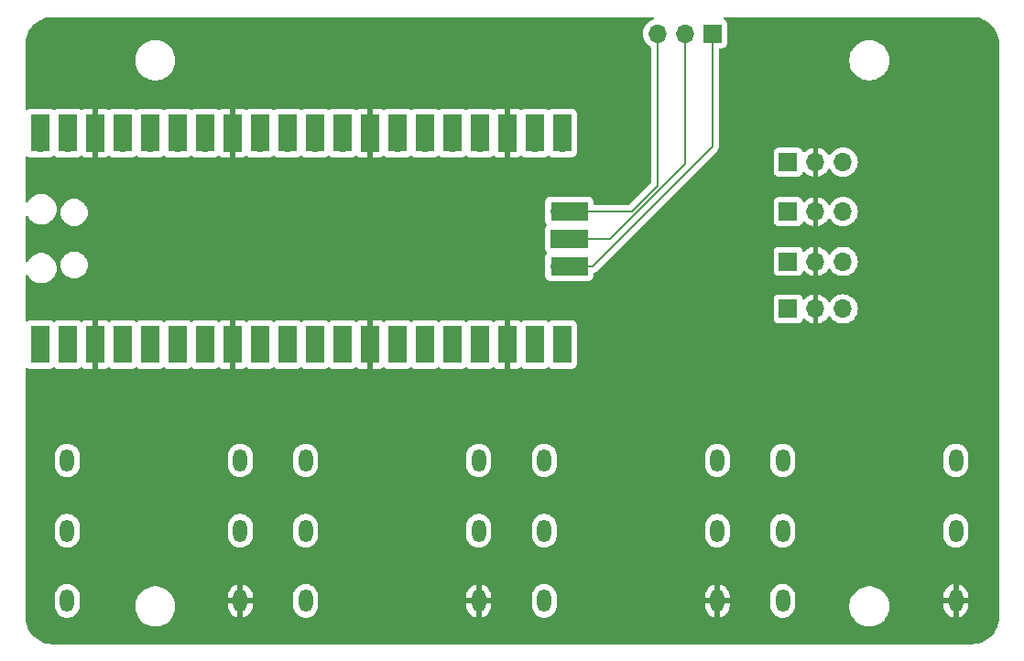
<source format=gbr>
%TF.GenerationSoftware,KiCad,Pcbnew,8.0.7*%
%TF.CreationDate,2025-04-18T20:19:48+02:00*%
%TF.ProjectId,midi_pedals,6d696469-5f70-4656-9461-6c732e6b6963,rev?*%
%TF.SameCoordinates,Original*%
%TF.FileFunction,Copper,L1,Top*%
%TF.FilePolarity,Positive*%
%FSLAX46Y46*%
G04 Gerber Fmt 4.6, Leading zero omitted, Abs format (unit mm)*
G04 Created by KiCad (PCBNEW 8.0.7) date 2025-04-18 20:19:48*
%MOMM*%
%LPD*%
G01*
G04 APERTURE LIST*
%TA.AperFunction,ComponentPad*%
%ADD10O,1.300000X2.100000*%
%TD*%
%TA.AperFunction,ComponentPad*%
%ADD11R,1.700000X1.700000*%
%TD*%
%TA.AperFunction,ComponentPad*%
%ADD12O,1.700000X1.700000*%
%TD*%
%TA.AperFunction,SMDPad,CuDef*%
%ADD13R,1.700000X3.500000*%
%TD*%
%TA.AperFunction,SMDPad,CuDef*%
%ADD14R,3.500000X1.700000*%
%TD*%
%TA.AperFunction,Conductor*%
%ADD15C,0.200000*%
%TD*%
G04 APERTURE END LIST*
D10*
%TO.P,JACK4,0*%
%TO.N,unconnected-(JACK4-Pad0)*%
X173500000Y-78500000D03*
%TO.P,JACK4,1,Sleeve*%
%TO.N,GND*%
X189500000Y-78500000D03*
%TO.P,JACK4,2*%
%TO.N,unconnected-(JACK4-Pad2)*%
X173500000Y-72000000D03*
%TO.P,JACK4,3,Ring*%
%TO.N,unconnected-(JACK4-Ring-Pad3)*%
X189500000Y-72000000D03*
%TO.P,JACK4,4*%
%TO.N,unconnected-(JACK4-Pad4)*%
X173500000Y-65500000D03*
%TO.P,JACK4,5,Tip*%
%TO.N,/JACK3*%
X189500000Y-65500000D03*
%TD*%
%TO.P,JACK3,0*%
%TO.N,unconnected-(JACK3-Pad0)*%
X151450000Y-78500000D03*
%TO.P,JACK3,1,Sleeve*%
%TO.N,GND*%
X167450000Y-78500000D03*
%TO.P,JACK3,2*%
%TO.N,unconnected-(JACK3-Pad2)*%
X151450000Y-72000000D03*
%TO.P,JACK3,3,Ring*%
%TO.N,unconnected-(JACK3-Ring-Pad3)*%
X167450000Y-72000000D03*
%TO.P,JACK3,4*%
%TO.N,unconnected-(JACK3-Pad4)*%
X151450000Y-65500000D03*
%TO.P,JACK3,5,Tip*%
%TO.N,/JACK2*%
X167450000Y-65500000D03*
%TD*%
%TO.P,JACK2,0*%
%TO.N,unconnected-(JACK2-Pad0)*%
X129400000Y-78500000D03*
%TO.P,JACK2,1,Sleeve*%
%TO.N,GND*%
X145400000Y-78500000D03*
%TO.P,JACK2,2*%
%TO.N,unconnected-(JACK2-Pad2)*%
X129400000Y-72000000D03*
%TO.P,JACK2,3,Ring*%
%TO.N,unconnected-(JACK2-Ring-Pad3)*%
X145400000Y-72000000D03*
%TO.P,JACK2,4*%
%TO.N,unconnected-(JACK2-Pad4)*%
X129400000Y-65500000D03*
%TO.P,JACK2,5,Tip*%
%TO.N,/JACK1*%
X145400000Y-65500000D03*
%TD*%
%TO.P,JACK1,0*%
%TO.N,unconnected-(JACK1-Pad0)*%
X107350000Y-78500000D03*
%TO.P,JACK1,1,Sleeve*%
%TO.N,GND*%
X123350000Y-78500000D03*
%TO.P,JACK1,2*%
%TO.N,unconnected-(JACK1-Pad2)*%
X107350000Y-72000000D03*
%TO.P,JACK1,3,Ring*%
%TO.N,unconnected-(JACK1-Ring-Pad3)*%
X123350000Y-72000000D03*
%TO.P,JACK1,4*%
%TO.N,unconnected-(JACK1-Pad4)*%
X107350000Y-65500000D03*
%TO.P,JACK1,5,Tip*%
%TO.N,/JACK0*%
X123350000Y-65500000D03*
%TD*%
D11*
%TO.P,SW2,1*%
%TO.N,/TOGGLE1*%
X174000000Y-42500000D03*
D12*
%TO.P,SW2,2*%
%TO.N,GND*%
X176540000Y-42500000D03*
%TO.P,SW2,3*%
%TO.N,N/C*%
X179080000Y-42500000D03*
%TD*%
D11*
%TO.P,SW1,1*%
%TO.N,/TOGGLE0*%
X174000000Y-37900000D03*
D12*
%TO.P,SW1,2*%
%TO.N,GND*%
X176540000Y-37900000D03*
%TO.P,SW1,3*%
%TO.N,N/C*%
X179080000Y-37900000D03*
%TD*%
%TO.P,U1,1,GPIO0*%
%TO.N,/JACK0*%
X104840000Y-53890000D03*
D13*
X104840000Y-54790000D03*
D12*
%TO.P,U1,2,GPIO1*%
%TO.N,/JACK1*%
X107380000Y-53890000D03*
D13*
X107380000Y-54790000D03*
D11*
%TO.P,U1,3,GND*%
%TO.N,GND*%
X109920000Y-53890000D03*
D13*
X109920000Y-54790000D03*
D12*
%TO.P,U1,4,GPIO2*%
%TO.N,/JACK2*%
X112460000Y-53890000D03*
D13*
X112460000Y-54790000D03*
D12*
%TO.P,U1,5,GPIO3*%
%TO.N,/JACK3*%
X115000000Y-53890000D03*
D13*
X115000000Y-54790000D03*
D12*
%TO.P,U1,6,GPIO4*%
%TO.N,unconnected-(U1-GPIO4-Pad6)*%
X117540000Y-53890000D03*
D13*
X117540000Y-54790000D03*
D12*
%TO.P,U1,7,GPIO5*%
%TO.N,unconnected-(U1-GPIO5-Pad7)*%
X120080000Y-53890000D03*
D13*
X120080000Y-54790000D03*
D11*
%TO.P,U1,8,GND*%
%TO.N,GND*%
X122620000Y-53890000D03*
D13*
X122620000Y-54790000D03*
D12*
%TO.P,U1,9,GPIO6*%
%TO.N,unconnected-(U1-GPIO6-Pad9)*%
X125160000Y-53890000D03*
D13*
X125160000Y-54790000D03*
D12*
%TO.P,U1,10,GPIO7*%
%TO.N,unconnected-(U1-GPIO7-Pad10)*%
X127700000Y-53890000D03*
D13*
X127700000Y-54790000D03*
D12*
%TO.P,U1,11,GPIO8*%
%TO.N,unconnected-(U1-GPIO8-Pad11)*%
X130240000Y-53890000D03*
D13*
X130240000Y-54790000D03*
D12*
%TO.P,U1,12,GPIO9*%
%TO.N,unconnected-(U1-GPIO9-Pad12)*%
X132780000Y-53890000D03*
D13*
X132780000Y-54790000D03*
D11*
%TO.P,U1,13,GND*%
%TO.N,GND*%
X135320000Y-53890000D03*
D13*
X135320000Y-54790000D03*
D12*
%TO.P,U1,14,GPIO10*%
%TO.N,unconnected-(U1-GPIO10-Pad14)*%
X137860000Y-53890000D03*
D13*
X137860000Y-54790000D03*
D12*
%TO.P,U1,15,GPIO11*%
%TO.N,unconnected-(U1-GPIO11-Pad15)*%
X140400000Y-53890000D03*
D13*
X140400000Y-54790000D03*
D12*
%TO.P,U1,16,GPIO12*%
%TO.N,/TOGGLE0*%
X142940000Y-53890000D03*
D13*
X142940000Y-54790000D03*
D12*
%TO.P,U1,17,GPIO13*%
%TO.N,/TOGGLE1*%
X145480000Y-53890000D03*
D13*
X145480000Y-54790000D03*
D11*
%TO.P,U1,18,GND*%
%TO.N,GND*%
X148020000Y-53890000D03*
D13*
X148020000Y-54790000D03*
D12*
%TO.P,U1,19,GPIO14*%
%TO.N,/TOGGLE2*%
X150560000Y-53890000D03*
D13*
X150560000Y-54790000D03*
D12*
%TO.P,U1,20,GPIO15*%
%TO.N,/TOGGLE3*%
X153100000Y-53890000D03*
D13*
X153100000Y-54790000D03*
D12*
%TO.P,U1,21,GPIO16*%
%TO.N,unconnected-(U1-GPIO16-Pad21)*%
X153100000Y-36110000D03*
D13*
X153100000Y-35210000D03*
D12*
%TO.P,U1,22,GPIO17*%
%TO.N,unconnected-(U1-GPIO17-Pad22)*%
X150560000Y-36110000D03*
D13*
X150560000Y-35210000D03*
D11*
%TO.P,U1,23,GND*%
%TO.N,GND*%
X148020000Y-36110000D03*
D13*
X148020000Y-35210000D03*
D12*
%TO.P,U1,24,GPIO18*%
%TO.N,unconnected-(U1-GPIO18-Pad24)*%
X145480000Y-36110000D03*
D13*
X145480000Y-35210000D03*
D12*
%TO.P,U1,25,GPIO19*%
%TO.N,unconnected-(U1-GPIO19-Pad25)*%
X142940000Y-36110000D03*
D13*
X142940000Y-35210000D03*
D12*
%TO.P,U1,26,GPIO20*%
%TO.N,unconnected-(U1-GPIO20-Pad26)*%
X140400000Y-36110000D03*
D13*
X140400000Y-35210000D03*
D12*
%TO.P,U1,27,GPIO21*%
%TO.N,unconnected-(U1-GPIO21-Pad27)*%
X137860000Y-36110000D03*
D13*
X137860000Y-35210000D03*
D11*
%TO.P,U1,28,GND*%
%TO.N,GND*%
X135320000Y-36110000D03*
D13*
X135320000Y-35210000D03*
D12*
%TO.P,U1,29,GPIO22*%
%TO.N,unconnected-(U1-GPIO22-Pad29)*%
X132780000Y-36110000D03*
D13*
X132780000Y-35210000D03*
D12*
%TO.P,U1,30,RUN*%
%TO.N,unconnected-(U1-RUN-Pad30)*%
X130240000Y-36110000D03*
D13*
X130240000Y-35210000D03*
D12*
%TO.P,U1,31,GPIO26_ADC0*%
%TO.N,unconnected-(U1-GPIO26_ADC0-Pad31)*%
X127700000Y-36110000D03*
D13*
X127700000Y-35210000D03*
D12*
%TO.P,U1,32,GPIO27_ADC1*%
%TO.N,unconnected-(U1-GPIO27_ADC1-Pad32)*%
X125160000Y-36110000D03*
D13*
X125160000Y-35210000D03*
D11*
%TO.P,U1,33,AGND*%
%TO.N,GND*%
X122620000Y-36110000D03*
D13*
X122620000Y-35210000D03*
D12*
%TO.P,U1,34,GPIO28_ADC2*%
%TO.N,unconnected-(U1-GPIO28_ADC2-Pad34)*%
X120080000Y-36110000D03*
D13*
X120080000Y-35210000D03*
D12*
%TO.P,U1,35,ADC_VREF*%
%TO.N,unconnected-(U1-ADC_VREF-Pad35)*%
X117540000Y-36110000D03*
D13*
X117540000Y-35210000D03*
D12*
%TO.P,U1,36,3V3*%
%TO.N,unconnected-(U1-3V3-Pad36)*%
X115000000Y-36110000D03*
D13*
X115000000Y-35210000D03*
D12*
%TO.P,U1,37,3V3_EN*%
%TO.N,unconnected-(U1-3V3_EN-Pad37)*%
X112460000Y-36110000D03*
D13*
X112460000Y-35210000D03*
D11*
%TO.P,U1,38,GND*%
%TO.N,GND*%
X109920000Y-36110000D03*
D13*
X109920000Y-35210000D03*
D12*
%TO.P,U1,39,VSYS*%
%TO.N,unconnected-(U1-VSYS-Pad39)*%
X107380000Y-36110000D03*
D13*
X107380000Y-35210000D03*
D12*
%TO.P,U1,40,VBUS*%
%TO.N,unconnected-(U1-VBUS-Pad40)*%
X104840000Y-36110000D03*
D13*
X104840000Y-35210000D03*
D12*
%TO.P,U1,41,SWCLK*%
%TO.N,Net-(J1-Pin_1)*%
X152870000Y-47540000D03*
D14*
X153770000Y-47540000D03*
D11*
%TO.P,U1,42,GND*%
%TO.N,Net-(J1-Pin_2)*%
X152870000Y-45000000D03*
D14*
X153770000Y-45000000D03*
D12*
%TO.P,U1,43,SWDIO*%
%TO.N,Net-(J1-Pin_3)*%
X152870000Y-42460000D03*
D14*
X153770000Y-42460000D03*
%TD*%
D11*
%TO.P,SW4,1*%
%TO.N,/TOGGLE3*%
X174000000Y-51500000D03*
D12*
%TO.P,SW4,2*%
%TO.N,GND*%
X176540000Y-51500000D03*
%TO.P,SW4,3*%
%TO.N,N/C*%
X179080000Y-51500000D03*
%TD*%
D11*
%TO.P,J1,1,Pin_1*%
%TO.N,Net-(J1-Pin_1)*%
X167000000Y-26025000D03*
D12*
%TO.P,J1,2,Pin_2*%
%TO.N,Net-(J1-Pin_2)*%
X164460000Y-26025000D03*
%TO.P,J1,3,Pin_3*%
%TO.N,Net-(J1-Pin_3)*%
X161920000Y-26025000D03*
%TD*%
D11*
%TO.P,SW3,1*%
%TO.N,/TOGGLE2*%
X174000000Y-47100000D03*
D12*
%TO.P,SW3,2*%
%TO.N,GND*%
X176540000Y-47100000D03*
%TO.P,SW3,3*%
%TO.N,N/C*%
X179080000Y-47100000D03*
%TD*%
D15*
%TO.N,Net-(J1-Pin_1)*%
X154400000Y-47540000D02*
X155960000Y-47540000D01*
X155960000Y-47540000D02*
X167000000Y-36500000D01*
X167000000Y-36500000D02*
X167000000Y-26025000D01*
%TO.N,Net-(J1-Pin_2)*%
X154400000Y-45000000D02*
X157565686Y-45000000D01*
X157565686Y-45000000D02*
X164460000Y-38105686D01*
X164460000Y-38105686D02*
X164460000Y-26025000D01*
%TO.N,Net-(J1-Pin_3)*%
X161920000Y-26025000D02*
X161920000Y-40080000D01*
X161920000Y-40080000D02*
X159540000Y-42460000D01*
X159540000Y-42460000D02*
X154400000Y-42460000D01*
%TD*%
%TA.AperFunction,Conductor*%
%TO.N,GND*%
G36*
X161516742Y-24520185D02*
G01*
X161562497Y-24572989D01*
X161572441Y-24642147D01*
X161543416Y-24705703D01*
X161484638Y-24743477D01*
X161481796Y-24744275D01*
X161456344Y-24751094D01*
X161456335Y-24751098D01*
X161242171Y-24850964D01*
X161242169Y-24850965D01*
X161048597Y-24986505D01*
X160881505Y-25153597D01*
X160745965Y-25347169D01*
X160745964Y-25347171D01*
X160646098Y-25561335D01*
X160646094Y-25561344D01*
X160584938Y-25789586D01*
X160584936Y-25789596D01*
X160564341Y-26024999D01*
X160564341Y-26025000D01*
X160584936Y-26260403D01*
X160584938Y-26260413D01*
X160646094Y-26488655D01*
X160646096Y-26488659D01*
X160646097Y-26488663D01*
X160650000Y-26497032D01*
X160745965Y-26702830D01*
X160745967Y-26702834D01*
X160774755Y-26743947D01*
X160881505Y-26896401D01*
X161048599Y-27063495D01*
X161145384Y-27131265D01*
X161242165Y-27199032D01*
X161242167Y-27199033D01*
X161242170Y-27199035D01*
X161247898Y-27201706D01*
X161300339Y-27247872D01*
X161319500Y-27314090D01*
X161319500Y-39779903D01*
X161299815Y-39846942D01*
X161283181Y-39867584D01*
X159327584Y-41823181D01*
X159266261Y-41856666D01*
X159239903Y-41859500D01*
X156144499Y-41859500D01*
X156077460Y-41839815D01*
X156031705Y-41787011D01*
X156020499Y-41735500D01*
X156020499Y-41562129D01*
X156020498Y-41562123D01*
X156020497Y-41562116D01*
X156014091Y-41502517D01*
X156008639Y-41487900D01*
X155963797Y-41367671D01*
X155963793Y-41367664D01*
X155877547Y-41252455D01*
X155877544Y-41252452D01*
X155762335Y-41166206D01*
X155762328Y-41166202D01*
X155627482Y-41115908D01*
X155627483Y-41115908D01*
X155567883Y-41109501D01*
X155567881Y-41109500D01*
X155567873Y-41109500D01*
X155567865Y-41109500D01*
X152934385Y-41109500D01*
X152923578Y-41109028D01*
X152870001Y-41104341D01*
X152869997Y-41104341D01*
X152816419Y-41109028D01*
X152805613Y-41109500D01*
X151972129Y-41109500D01*
X151972123Y-41109501D01*
X151912516Y-41115908D01*
X151777671Y-41166202D01*
X151777664Y-41166206D01*
X151662455Y-41252452D01*
X151662452Y-41252455D01*
X151576206Y-41367664D01*
X151576202Y-41367671D01*
X151525908Y-41502517D01*
X151519501Y-41562116D01*
X151519501Y-41562123D01*
X151519500Y-41562135D01*
X151519500Y-42395616D01*
X151519028Y-42406423D01*
X151514341Y-42459997D01*
X151514341Y-42460002D01*
X151519028Y-42513576D01*
X151519500Y-42524383D01*
X151519500Y-43357870D01*
X151519501Y-43357876D01*
X151525908Y-43417483D01*
X151576202Y-43552328D01*
X151576203Y-43552330D01*
X151653578Y-43655689D01*
X151677995Y-43721153D01*
X151663144Y-43789426D01*
X151653578Y-43804309D01*
X151643168Y-43818216D01*
X151576203Y-43907669D01*
X151576202Y-43907671D01*
X151525908Y-44042517D01*
X151519501Y-44102116D01*
X151519501Y-44102123D01*
X151519500Y-44102135D01*
X151519500Y-45897870D01*
X151519501Y-45897876D01*
X151525908Y-45957483D01*
X151576202Y-46092328D01*
X151576203Y-46092330D01*
X151576204Y-46092331D01*
X151648415Y-46188793D01*
X151653578Y-46195689D01*
X151677995Y-46261153D01*
X151663144Y-46329426D01*
X151653578Y-46344311D01*
X151576203Y-46447669D01*
X151576202Y-46447671D01*
X151525908Y-46582517D01*
X151519501Y-46642116D01*
X151519500Y-46642135D01*
X151519500Y-47475616D01*
X151519028Y-47486423D01*
X151514341Y-47539997D01*
X151514341Y-47540002D01*
X151519028Y-47593576D01*
X151519500Y-47604383D01*
X151519500Y-48437870D01*
X151519501Y-48437876D01*
X151525908Y-48497483D01*
X151576202Y-48632328D01*
X151576206Y-48632335D01*
X151662452Y-48747544D01*
X151662455Y-48747547D01*
X151777664Y-48833793D01*
X151777671Y-48833797D01*
X151912517Y-48884091D01*
X151912516Y-48884091D01*
X151919444Y-48884835D01*
X151972127Y-48890500D01*
X152805616Y-48890499D01*
X152816425Y-48890971D01*
X152870000Y-48895659D01*
X152923575Y-48890971D01*
X152934384Y-48890499D01*
X155567871Y-48890499D01*
X155567872Y-48890499D01*
X155627483Y-48884091D01*
X155762331Y-48833796D01*
X155877546Y-48747546D01*
X155963796Y-48632331D01*
X156014091Y-48497483D01*
X156020500Y-48437873D01*
X156020500Y-48240621D01*
X156040185Y-48173582D01*
X156092989Y-48127827D01*
X156112400Y-48120848D01*
X156191785Y-48099577D01*
X156255515Y-48062782D01*
X156328716Y-48020520D01*
X156440520Y-47908716D01*
X156440520Y-47908714D01*
X156450724Y-47898511D01*
X156450727Y-47898506D01*
X158147099Y-46202135D01*
X172649500Y-46202135D01*
X172649500Y-47997870D01*
X172649501Y-47997876D01*
X172655908Y-48057483D01*
X172706202Y-48192328D01*
X172706206Y-48192335D01*
X172792452Y-48307544D01*
X172792455Y-48307547D01*
X172907664Y-48393793D01*
X172907671Y-48393797D01*
X173042517Y-48444091D01*
X173042516Y-48444091D01*
X173049444Y-48444835D01*
X173102127Y-48450500D01*
X174897872Y-48450499D01*
X174957483Y-48444091D01*
X175092331Y-48393796D01*
X175207546Y-48307546D01*
X175293796Y-48192331D01*
X175343002Y-48060401D01*
X175384872Y-48004468D01*
X175450337Y-47980050D01*
X175518610Y-47994901D01*
X175546865Y-48016053D01*
X175668917Y-48138105D01*
X175862421Y-48273600D01*
X176076507Y-48373429D01*
X176076516Y-48373433D01*
X176290000Y-48430634D01*
X176290000Y-47533012D01*
X176347007Y-47565925D01*
X176474174Y-47600000D01*
X176605826Y-47600000D01*
X176732993Y-47565925D01*
X176790000Y-47533012D01*
X176790000Y-48430633D01*
X177003483Y-48373433D01*
X177003492Y-48373429D01*
X177217578Y-48273600D01*
X177411082Y-48138105D01*
X177578105Y-47971082D01*
X177708119Y-47785405D01*
X177762696Y-47741781D01*
X177832195Y-47734588D01*
X177894549Y-47766110D01*
X177911269Y-47785405D01*
X178041505Y-47971401D01*
X178208599Y-48138495D01*
X178305384Y-48206265D01*
X178402165Y-48274032D01*
X178402167Y-48274033D01*
X178402170Y-48274035D01*
X178616337Y-48373903D01*
X178616343Y-48373904D01*
X178616344Y-48373905D01*
X178663697Y-48386593D01*
X178844592Y-48435063D01*
X179021034Y-48450500D01*
X179079999Y-48455659D01*
X179080000Y-48455659D01*
X179080001Y-48455659D01*
X179138966Y-48450500D01*
X179315408Y-48435063D01*
X179543663Y-48373903D01*
X179757830Y-48274035D01*
X179951401Y-48138495D01*
X180118495Y-47971401D01*
X180254035Y-47777830D01*
X180353903Y-47563663D01*
X180415063Y-47335408D01*
X180435659Y-47100000D01*
X180415063Y-46864592D01*
X180355457Y-46642135D01*
X180353905Y-46636344D01*
X180353904Y-46636343D01*
X180353903Y-46636337D01*
X180254035Y-46422171D01*
X180248731Y-46414595D01*
X180118494Y-46228597D01*
X179951402Y-46061506D01*
X179951395Y-46061501D01*
X179757834Y-45925967D01*
X179757830Y-45925965D01*
X179697593Y-45897876D01*
X179543663Y-45826097D01*
X179543659Y-45826096D01*
X179543655Y-45826094D01*
X179315413Y-45764938D01*
X179315403Y-45764936D01*
X179080001Y-45744341D01*
X179079999Y-45744341D01*
X178844596Y-45764936D01*
X178844586Y-45764938D01*
X178616344Y-45826094D01*
X178616335Y-45826098D01*
X178402171Y-45925964D01*
X178402169Y-45925965D01*
X178208597Y-46061505D01*
X178041508Y-46228594D01*
X177911269Y-46414595D01*
X177856692Y-46458219D01*
X177787193Y-46465412D01*
X177724839Y-46433890D01*
X177708119Y-46414594D01*
X177578113Y-46228926D01*
X177578108Y-46228920D01*
X177411082Y-46061894D01*
X177217578Y-45926399D01*
X177003492Y-45826570D01*
X177003486Y-45826567D01*
X176790000Y-45769364D01*
X176790000Y-46666988D01*
X176732993Y-46634075D01*
X176605826Y-46600000D01*
X176474174Y-46600000D01*
X176347007Y-46634075D01*
X176290000Y-46666988D01*
X176290000Y-45769364D01*
X176289999Y-45769364D01*
X176076513Y-45826567D01*
X176076507Y-45826570D01*
X175862422Y-45926399D01*
X175862420Y-45926400D01*
X175668926Y-46061886D01*
X175546865Y-46183947D01*
X175485542Y-46217431D01*
X175415850Y-46212447D01*
X175359917Y-46170575D01*
X175343002Y-46139598D01*
X175293797Y-46007671D01*
X175293793Y-46007664D01*
X175207547Y-45892455D01*
X175207544Y-45892452D01*
X175092335Y-45806206D01*
X175092328Y-45806202D01*
X174957482Y-45755908D01*
X174957483Y-45755908D01*
X174897883Y-45749501D01*
X174897881Y-45749500D01*
X174897873Y-45749500D01*
X174897864Y-45749500D01*
X173102129Y-45749500D01*
X173102123Y-45749501D01*
X173042516Y-45755908D01*
X172907671Y-45806202D01*
X172907664Y-45806206D01*
X172792455Y-45892452D01*
X172792452Y-45892455D01*
X172706206Y-46007664D01*
X172706202Y-46007671D01*
X172655908Y-46142517D01*
X172649501Y-46202116D01*
X172649500Y-46202135D01*
X158147099Y-46202135D01*
X162747100Y-41602135D01*
X172649500Y-41602135D01*
X172649500Y-43397870D01*
X172649501Y-43397876D01*
X172655908Y-43457483D01*
X172706202Y-43592328D01*
X172706206Y-43592335D01*
X172792452Y-43707544D01*
X172792455Y-43707547D01*
X172907664Y-43793793D01*
X172907671Y-43793797D01*
X173042517Y-43844091D01*
X173042516Y-43844091D01*
X173049444Y-43844835D01*
X173102127Y-43850500D01*
X174897872Y-43850499D01*
X174957483Y-43844091D01*
X175092331Y-43793796D01*
X175207546Y-43707546D01*
X175293796Y-43592331D01*
X175343002Y-43460401D01*
X175384872Y-43404468D01*
X175450337Y-43380050D01*
X175518610Y-43394901D01*
X175546865Y-43416053D01*
X175668917Y-43538105D01*
X175862421Y-43673600D01*
X176076507Y-43773429D01*
X176076516Y-43773433D01*
X176290000Y-43830634D01*
X176290000Y-42933012D01*
X176347007Y-42965925D01*
X176474174Y-43000000D01*
X176605826Y-43000000D01*
X176732993Y-42965925D01*
X176790000Y-42933012D01*
X176790000Y-43830633D01*
X177003483Y-43773433D01*
X177003492Y-43773429D01*
X177217578Y-43673600D01*
X177411082Y-43538105D01*
X177578105Y-43371082D01*
X177708119Y-43185405D01*
X177762696Y-43141781D01*
X177832195Y-43134588D01*
X177894549Y-43166110D01*
X177911269Y-43185405D01*
X178041505Y-43371401D01*
X178208599Y-43538495D01*
X178305384Y-43606265D01*
X178402165Y-43674032D01*
X178402167Y-43674033D01*
X178402170Y-43674035D01*
X178616337Y-43773903D01*
X178844592Y-43835063D01*
X179021034Y-43850500D01*
X179079999Y-43855659D01*
X179080000Y-43855659D01*
X179080001Y-43855659D01*
X179138966Y-43850500D01*
X179315408Y-43835063D01*
X179543663Y-43773903D01*
X179757830Y-43674035D01*
X179951401Y-43538495D01*
X180118495Y-43371401D01*
X180254035Y-43177830D01*
X180353903Y-42963663D01*
X180415063Y-42735408D01*
X180435659Y-42500000D01*
X180415063Y-42264592D01*
X180368626Y-42091285D01*
X180353905Y-42036344D01*
X180353904Y-42036343D01*
X180353903Y-42036337D01*
X180254035Y-41822171D01*
X180248731Y-41814595D01*
X180118494Y-41628597D01*
X179951402Y-41461506D01*
X179951395Y-41461501D01*
X179757834Y-41325967D01*
X179757830Y-41325965D01*
X179744444Y-41319723D01*
X179543663Y-41226097D01*
X179543659Y-41226096D01*
X179543655Y-41226094D01*
X179315413Y-41164938D01*
X179315403Y-41164936D01*
X179080001Y-41144341D01*
X179079999Y-41144341D01*
X178844596Y-41164936D01*
X178844586Y-41164938D01*
X178616344Y-41226094D01*
X178616335Y-41226098D01*
X178402171Y-41325964D01*
X178402169Y-41325965D01*
X178208597Y-41461505D01*
X178041508Y-41628594D01*
X177911269Y-41814595D01*
X177856692Y-41858219D01*
X177787193Y-41865412D01*
X177724839Y-41833890D01*
X177708119Y-41814594D01*
X177578113Y-41628926D01*
X177578108Y-41628920D01*
X177411082Y-41461894D01*
X177217578Y-41326399D01*
X177003492Y-41226570D01*
X177003486Y-41226567D01*
X176790000Y-41169364D01*
X176790000Y-42066988D01*
X176732993Y-42034075D01*
X176605826Y-42000000D01*
X176474174Y-42000000D01*
X176347007Y-42034075D01*
X176290000Y-42066988D01*
X176290000Y-41169364D01*
X176289999Y-41169364D01*
X176076513Y-41226567D01*
X176076507Y-41226570D01*
X175862422Y-41326399D01*
X175862420Y-41326400D01*
X175668926Y-41461886D01*
X175546865Y-41583947D01*
X175485542Y-41617431D01*
X175415850Y-41612447D01*
X175359917Y-41570575D01*
X175343002Y-41539598D01*
X175329171Y-41502516D01*
X175295356Y-41411852D01*
X175293797Y-41407671D01*
X175293793Y-41407664D01*
X175207547Y-41292455D01*
X175207544Y-41292452D01*
X175092335Y-41206206D01*
X175092328Y-41206202D01*
X174957482Y-41155908D01*
X174957483Y-41155908D01*
X174897883Y-41149501D01*
X174897881Y-41149500D01*
X174897873Y-41149500D01*
X174897864Y-41149500D01*
X173102129Y-41149500D01*
X173102123Y-41149501D01*
X173042516Y-41155908D01*
X172907671Y-41206202D01*
X172907664Y-41206206D01*
X172792455Y-41292452D01*
X172792452Y-41292455D01*
X172706206Y-41407664D01*
X172706202Y-41407671D01*
X172655908Y-41542517D01*
X172649501Y-41602116D01*
X172649500Y-41602135D01*
X162747100Y-41602135D01*
X167347101Y-37002135D01*
X172649500Y-37002135D01*
X172649500Y-38797870D01*
X172649501Y-38797876D01*
X172655908Y-38857483D01*
X172706202Y-38992328D01*
X172706206Y-38992335D01*
X172792452Y-39107544D01*
X172792455Y-39107547D01*
X172907664Y-39193793D01*
X172907671Y-39193797D01*
X173042517Y-39244091D01*
X173042516Y-39244091D01*
X173049444Y-39244835D01*
X173102127Y-39250500D01*
X174897872Y-39250499D01*
X174957483Y-39244091D01*
X175092331Y-39193796D01*
X175207546Y-39107546D01*
X175293796Y-38992331D01*
X175343002Y-38860401D01*
X175384872Y-38804468D01*
X175450337Y-38780050D01*
X175518610Y-38794901D01*
X175546865Y-38816053D01*
X175668917Y-38938105D01*
X175862421Y-39073600D01*
X176076507Y-39173429D01*
X176076516Y-39173433D01*
X176290000Y-39230634D01*
X176290000Y-38333012D01*
X176347007Y-38365925D01*
X176474174Y-38400000D01*
X176605826Y-38400000D01*
X176732993Y-38365925D01*
X176790000Y-38333012D01*
X176790000Y-39230633D01*
X177003483Y-39173433D01*
X177003492Y-39173429D01*
X177217578Y-39073600D01*
X177411082Y-38938105D01*
X177578105Y-38771082D01*
X177708119Y-38585405D01*
X177762696Y-38541781D01*
X177832195Y-38534588D01*
X177894549Y-38566110D01*
X177911269Y-38585405D01*
X178041505Y-38771401D01*
X178208599Y-38938495D01*
X178305384Y-39006265D01*
X178402165Y-39074032D01*
X178402167Y-39074033D01*
X178402170Y-39074035D01*
X178616337Y-39173903D01*
X178844592Y-39235063D01*
X179021034Y-39250500D01*
X179079999Y-39255659D01*
X179080000Y-39255659D01*
X179080001Y-39255659D01*
X179138966Y-39250500D01*
X179315408Y-39235063D01*
X179543663Y-39173903D01*
X179757830Y-39074035D01*
X179951401Y-38938495D01*
X180118495Y-38771401D01*
X180254035Y-38577830D01*
X180353903Y-38363663D01*
X180415063Y-38135408D01*
X180435659Y-37900000D01*
X180415063Y-37664592D01*
X180358528Y-37453598D01*
X180353905Y-37436344D01*
X180353904Y-37436343D01*
X180353903Y-37436337D01*
X180254035Y-37222171D01*
X180248731Y-37214595D01*
X180118494Y-37028597D01*
X179951402Y-36861506D01*
X179951395Y-36861501D01*
X179757834Y-36725967D01*
X179757830Y-36725965D01*
X179757828Y-36725964D01*
X179543663Y-36626097D01*
X179543659Y-36626096D01*
X179543655Y-36626094D01*
X179315413Y-36564938D01*
X179315403Y-36564936D01*
X179080001Y-36544341D01*
X179079999Y-36544341D01*
X178844596Y-36564936D01*
X178844586Y-36564938D01*
X178616344Y-36626094D01*
X178616335Y-36626098D01*
X178402171Y-36725964D01*
X178402169Y-36725965D01*
X178208597Y-36861505D01*
X178041508Y-37028594D01*
X177911269Y-37214595D01*
X177856692Y-37258219D01*
X177787193Y-37265412D01*
X177724839Y-37233890D01*
X177708119Y-37214594D01*
X177578113Y-37028926D01*
X177578108Y-37028920D01*
X177411082Y-36861894D01*
X177217578Y-36726399D01*
X177003492Y-36626570D01*
X177003486Y-36626567D01*
X176790000Y-36569364D01*
X176790000Y-37466988D01*
X176732993Y-37434075D01*
X176605826Y-37400000D01*
X176474174Y-37400000D01*
X176347007Y-37434075D01*
X176290000Y-37466988D01*
X176290000Y-36569364D01*
X176289999Y-36569364D01*
X176076513Y-36626567D01*
X176076507Y-36626570D01*
X175862422Y-36726399D01*
X175862420Y-36726400D01*
X175668926Y-36861886D01*
X175546865Y-36983947D01*
X175485542Y-37017431D01*
X175415850Y-37012447D01*
X175359917Y-36970575D01*
X175343002Y-36939598D01*
X175293797Y-36807671D01*
X175293793Y-36807664D01*
X175207547Y-36692455D01*
X175207544Y-36692452D01*
X175092335Y-36606206D01*
X175092328Y-36606202D01*
X174957482Y-36555908D01*
X174957483Y-36555908D01*
X174897883Y-36549501D01*
X174897881Y-36549500D01*
X174897873Y-36549500D01*
X174897864Y-36549500D01*
X173102129Y-36549500D01*
X173102123Y-36549501D01*
X173042516Y-36555908D01*
X172907671Y-36606202D01*
X172907664Y-36606206D01*
X172792455Y-36692452D01*
X172792452Y-36692455D01*
X172706206Y-36807664D01*
X172706202Y-36807671D01*
X172655908Y-36942517D01*
X172649501Y-37002116D01*
X172649500Y-37002135D01*
X167347101Y-37002135D01*
X167480520Y-36868716D01*
X167559577Y-36731784D01*
X167600501Y-36579057D01*
X167600501Y-36420942D01*
X167600501Y-36413347D01*
X167600500Y-36413329D01*
X167600500Y-28378711D01*
X179649500Y-28378711D01*
X179649500Y-28621288D01*
X179681161Y-28861785D01*
X179743947Y-29096104D01*
X179836773Y-29320205D01*
X179836776Y-29320212D01*
X179958064Y-29530289D01*
X179958066Y-29530292D01*
X179958067Y-29530293D01*
X180105733Y-29722736D01*
X180105739Y-29722743D01*
X180277256Y-29894260D01*
X180277262Y-29894265D01*
X180469711Y-30041936D01*
X180679788Y-30163224D01*
X180903900Y-30256054D01*
X181138211Y-30318838D01*
X181318586Y-30342584D01*
X181378711Y-30350500D01*
X181378712Y-30350500D01*
X181621289Y-30350500D01*
X181669388Y-30344167D01*
X181861789Y-30318838D01*
X182096100Y-30256054D01*
X182320212Y-30163224D01*
X182530289Y-30041936D01*
X182722738Y-29894265D01*
X182894265Y-29722738D01*
X183041936Y-29530289D01*
X183163224Y-29320212D01*
X183256054Y-29096100D01*
X183318838Y-28861789D01*
X183350500Y-28621288D01*
X183350500Y-28378712D01*
X183318838Y-28138211D01*
X183256054Y-27903900D01*
X183163224Y-27679788D01*
X183041936Y-27469711D01*
X182894265Y-27277262D01*
X182894260Y-27277256D01*
X182722743Y-27105739D01*
X182722736Y-27105733D01*
X182530293Y-26958067D01*
X182530292Y-26958066D01*
X182530289Y-26958064D01*
X182320212Y-26836776D01*
X182299100Y-26828031D01*
X182096104Y-26743947D01*
X181861785Y-26681161D01*
X181621289Y-26649500D01*
X181621288Y-26649500D01*
X181378712Y-26649500D01*
X181378711Y-26649500D01*
X181138214Y-26681161D01*
X180903895Y-26743947D01*
X180679794Y-26836773D01*
X180679785Y-26836777D01*
X180469706Y-26958067D01*
X180277263Y-27105733D01*
X180277256Y-27105739D01*
X180105739Y-27277256D01*
X180105733Y-27277263D01*
X179958067Y-27469706D01*
X179836777Y-27679785D01*
X179836773Y-27679794D01*
X179743947Y-27903895D01*
X179681161Y-28138214D01*
X179649500Y-28378711D01*
X167600500Y-28378711D01*
X167600500Y-27499499D01*
X167620185Y-27432460D01*
X167672989Y-27386705D01*
X167724500Y-27375499D01*
X167897871Y-27375499D01*
X167897872Y-27375499D01*
X167957483Y-27369091D01*
X168092331Y-27318796D01*
X168207546Y-27232546D01*
X168293796Y-27117331D01*
X168344091Y-26982483D01*
X168350500Y-26922873D01*
X168350499Y-25127128D01*
X168344091Y-25067517D01*
X168342810Y-25064083D01*
X168293797Y-24932671D01*
X168293793Y-24932664D01*
X168207547Y-24817455D01*
X168207544Y-24817452D01*
X168085231Y-24725888D01*
X168086752Y-24723855D01*
X168046823Y-24683925D01*
X168031972Y-24615652D01*
X168056390Y-24550188D01*
X168112324Y-24508318D01*
X168155656Y-24500500D01*
X190934108Y-24500500D01*
X190996249Y-24500500D01*
X191003736Y-24500726D01*
X191293796Y-24518271D01*
X191308657Y-24520075D01*
X191590798Y-24571780D01*
X191605335Y-24575363D01*
X191879172Y-24660695D01*
X191893163Y-24666000D01*
X192154743Y-24783727D01*
X192167989Y-24790680D01*
X192413465Y-24939075D01*
X192425776Y-24947573D01*
X192645884Y-25120016D01*
X192651573Y-25124473D01*
X192662781Y-25134403D01*
X192865596Y-25337218D01*
X192875526Y-25348426D01*
X192900525Y-25380335D01*
X193042336Y-25561344D01*
X193052422Y-25574217D01*
X193060928Y-25586540D01*
X193209316Y-25832004D01*
X193216275Y-25845263D01*
X193333997Y-26106831D01*
X193339306Y-26120832D01*
X193424635Y-26394663D01*
X193428219Y-26409201D01*
X193479923Y-26691340D01*
X193481728Y-26706205D01*
X193499274Y-26996263D01*
X193499500Y-27003750D01*
X193499500Y-79996249D01*
X193499274Y-80003736D01*
X193481728Y-80293794D01*
X193479923Y-80308659D01*
X193428219Y-80590798D01*
X193424635Y-80605336D01*
X193339306Y-80879167D01*
X193333997Y-80893168D01*
X193216275Y-81154736D01*
X193209316Y-81167995D01*
X193060928Y-81413459D01*
X193052422Y-81425782D01*
X192875526Y-81651573D01*
X192865596Y-81662781D01*
X192662781Y-81865596D01*
X192651573Y-81875526D01*
X192425782Y-82052422D01*
X192413459Y-82060928D01*
X192167995Y-82209316D01*
X192154736Y-82216275D01*
X191893168Y-82333997D01*
X191879167Y-82339306D01*
X191605336Y-82424635D01*
X191590798Y-82428219D01*
X191308659Y-82479923D01*
X191293794Y-82481728D01*
X191003736Y-82499274D01*
X190996249Y-82499500D01*
X106003751Y-82499500D01*
X105996264Y-82499274D01*
X105706205Y-82481728D01*
X105691340Y-82479923D01*
X105409201Y-82428219D01*
X105394663Y-82424635D01*
X105120832Y-82339306D01*
X105106831Y-82333997D01*
X104845263Y-82216275D01*
X104832004Y-82209316D01*
X104586540Y-82060928D01*
X104574217Y-82052422D01*
X104348426Y-81875526D01*
X104337218Y-81865596D01*
X104134403Y-81662781D01*
X104124473Y-81651573D01*
X103947573Y-81425776D01*
X103939075Y-81413465D01*
X103790680Y-81167989D01*
X103783727Y-81154743D01*
X103666000Y-80893163D01*
X103660693Y-80879167D01*
X103575364Y-80605336D01*
X103571780Y-80590798D01*
X103520076Y-80308659D01*
X103518271Y-80293794D01*
X103500726Y-80003736D01*
X103500500Y-79996249D01*
X103500500Y-78009448D01*
X106199500Y-78009448D01*
X106199500Y-78990551D01*
X106227829Y-79169410D01*
X106283787Y-79341636D01*
X106283788Y-79341639D01*
X106366006Y-79502997D01*
X106472441Y-79649494D01*
X106472445Y-79649499D01*
X106600500Y-79777554D01*
X106600505Y-79777558D01*
X106659214Y-79820212D01*
X106747006Y-79883996D01*
X106845356Y-79934108D01*
X106908360Y-79966211D01*
X106908363Y-79966212D01*
X106994476Y-79994191D01*
X107080591Y-80022171D01*
X107163429Y-80035291D01*
X107259449Y-80050500D01*
X107259454Y-80050500D01*
X107440551Y-80050500D01*
X107527259Y-80036765D01*
X107619409Y-80022171D01*
X107791639Y-79966211D01*
X107952994Y-79883996D01*
X108099501Y-79777553D01*
X108227553Y-79649501D01*
X108333996Y-79502994D01*
X108416211Y-79341639D01*
X108472171Y-79169409D01*
X108488723Y-79064905D01*
X108500500Y-78990551D01*
X108500500Y-78878711D01*
X113649500Y-78878711D01*
X113649500Y-79121288D01*
X113681161Y-79361785D01*
X113743947Y-79596104D01*
X113819108Y-79777558D01*
X113836776Y-79820212D01*
X113958064Y-80030289D01*
X113958066Y-80030292D01*
X113958067Y-80030293D01*
X114105733Y-80222736D01*
X114105739Y-80222743D01*
X114277256Y-80394260D01*
X114277262Y-80394265D01*
X114469711Y-80541936D01*
X114679788Y-80663224D01*
X114903900Y-80756054D01*
X115138211Y-80818838D01*
X115318586Y-80842584D01*
X115378711Y-80850500D01*
X115378712Y-80850500D01*
X115621289Y-80850500D01*
X115669388Y-80844167D01*
X115861789Y-80818838D01*
X116096100Y-80756054D01*
X116320212Y-80663224D01*
X116530289Y-80541936D01*
X116722738Y-80394265D01*
X116894265Y-80222738D01*
X117041936Y-80030289D01*
X117163224Y-79820212D01*
X117256054Y-79596100D01*
X117318838Y-79361789D01*
X117350500Y-79121288D01*
X117350500Y-78878712D01*
X117318838Y-78638211D01*
X117256054Y-78403900D01*
X117163224Y-78179788D01*
X117064904Y-78009493D01*
X122200000Y-78009493D01*
X122200000Y-78250000D01*
X123000000Y-78250000D01*
X123000000Y-78750000D01*
X122200000Y-78750000D01*
X122200000Y-78990506D01*
X122228317Y-79169293D01*
X122284251Y-79341444D01*
X122284252Y-79341447D01*
X122366434Y-79502734D01*
X122472823Y-79649169D01*
X122600830Y-79777176D01*
X122747265Y-79883565D01*
X122908552Y-79965747D01*
X122908555Y-79965748D01*
X123080699Y-80021680D01*
X123080712Y-80021683D01*
X123100000Y-80024738D01*
X123100000Y-79094975D01*
X123135095Y-79130070D01*
X123214905Y-79176148D01*
X123303922Y-79200000D01*
X123396078Y-79200000D01*
X123485095Y-79176148D01*
X123564905Y-79130070D01*
X123600000Y-79094975D01*
X123600000Y-80024737D01*
X123619287Y-80021683D01*
X123619300Y-80021680D01*
X123791444Y-79965748D01*
X123791447Y-79965747D01*
X123952734Y-79883565D01*
X124099169Y-79777176D01*
X124227176Y-79649169D01*
X124333565Y-79502734D01*
X124415747Y-79341447D01*
X124415748Y-79341444D01*
X124471682Y-79169293D01*
X124500000Y-78990506D01*
X124500000Y-78750000D01*
X123700000Y-78750000D01*
X123700000Y-78250000D01*
X124500000Y-78250000D01*
X124500000Y-78009493D01*
X124499993Y-78009448D01*
X128249500Y-78009448D01*
X128249500Y-78990551D01*
X128277829Y-79169410D01*
X128333787Y-79341636D01*
X128333788Y-79341639D01*
X128416006Y-79502997D01*
X128522441Y-79649494D01*
X128522445Y-79649499D01*
X128650500Y-79777554D01*
X128650505Y-79777558D01*
X128709214Y-79820212D01*
X128797006Y-79883996D01*
X128895356Y-79934108D01*
X128958360Y-79966211D01*
X128958363Y-79966212D01*
X129044476Y-79994191D01*
X129130591Y-80022171D01*
X129213429Y-80035291D01*
X129309449Y-80050500D01*
X129309454Y-80050500D01*
X129490551Y-80050500D01*
X129577259Y-80036765D01*
X129669409Y-80022171D01*
X129841639Y-79966211D01*
X130002994Y-79883996D01*
X130149501Y-79777553D01*
X130277553Y-79649501D01*
X130383996Y-79502994D01*
X130466211Y-79341639D01*
X130522171Y-79169409D01*
X130538723Y-79064905D01*
X130550500Y-78990551D01*
X130550500Y-78009493D01*
X144250000Y-78009493D01*
X144250000Y-78250000D01*
X145050000Y-78250000D01*
X145050000Y-78750000D01*
X144250000Y-78750000D01*
X144250000Y-78990506D01*
X144278317Y-79169293D01*
X144334251Y-79341444D01*
X144334252Y-79341447D01*
X144416434Y-79502734D01*
X144522823Y-79649169D01*
X144650830Y-79777176D01*
X144797265Y-79883565D01*
X144958552Y-79965747D01*
X144958555Y-79965748D01*
X145130699Y-80021680D01*
X145130712Y-80021683D01*
X145150000Y-80024738D01*
X145150000Y-79094975D01*
X145185095Y-79130070D01*
X145264905Y-79176148D01*
X145353922Y-79200000D01*
X145446078Y-79200000D01*
X145535095Y-79176148D01*
X145614905Y-79130070D01*
X145650000Y-79094975D01*
X145650000Y-80024737D01*
X145669287Y-80021683D01*
X145669300Y-80021680D01*
X145841444Y-79965748D01*
X145841447Y-79965747D01*
X146002734Y-79883565D01*
X146149169Y-79777176D01*
X146277176Y-79649169D01*
X146383565Y-79502734D01*
X146465747Y-79341447D01*
X146465748Y-79341444D01*
X146521682Y-79169293D01*
X146550000Y-78990506D01*
X146550000Y-78750000D01*
X145750000Y-78750000D01*
X145750000Y-78250000D01*
X146550000Y-78250000D01*
X146550000Y-78009493D01*
X146549993Y-78009448D01*
X150299500Y-78009448D01*
X150299500Y-78990551D01*
X150327829Y-79169410D01*
X150383787Y-79341636D01*
X150383788Y-79341639D01*
X150466006Y-79502997D01*
X150572441Y-79649494D01*
X150572445Y-79649499D01*
X150700500Y-79777554D01*
X150700505Y-79777558D01*
X150759214Y-79820212D01*
X150847006Y-79883996D01*
X150945356Y-79934108D01*
X151008360Y-79966211D01*
X151008363Y-79966212D01*
X151094476Y-79994191D01*
X151180591Y-80022171D01*
X151263429Y-80035291D01*
X151359449Y-80050500D01*
X151359454Y-80050500D01*
X151540551Y-80050500D01*
X151627259Y-80036765D01*
X151719409Y-80022171D01*
X151891639Y-79966211D01*
X152052994Y-79883996D01*
X152199501Y-79777553D01*
X152327553Y-79649501D01*
X152433996Y-79502994D01*
X152516211Y-79341639D01*
X152572171Y-79169409D01*
X152588723Y-79064905D01*
X152600500Y-78990551D01*
X152600500Y-78009493D01*
X166300000Y-78009493D01*
X166300000Y-78250000D01*
X167100000Y-78250000D01*
X167100000Y-78750000D01*
X166300000Y-78750000D01*
X166300000Y-78990506D01*
X166328317Y-79169293D01*
X166384251Y-79341444D01*
X166384252Y-79341447D01*
X166466434Y-79502734D01*
X166572823Y-79649169D01*
X166700830Y-79777176D01*
X166847265Y-79883565D01*
X167008552Y-79965747D01*
X167008555Y-79965748D01*
X167180699Y-80021680D01*
X167180712Y-80021683D01*
X167200000Y-80024738D01*
X167200000Y-79094975D01*
X167235095Y-79130070D01*
X167314905Y-79176148D01*
X167403922Y-79200000D01*
X167496078Y-79200000D01*
X167585095Y-79176148D01*
X167664905Y-79130070D01*
X167700000Y-79094975D01*
X167700000Y-80024737D01*
X167719287Y-80021683D01*
X167719300Y-80021680D01*
X167891444Y-79965748D01*
X167891447Y-79965747D01*
X168052734Y-79883565D01*
X168199169Y-79777176D01*
X168327176Y-79649169D01*
X168433565Y-79502734D01*
X168515747Y-79341447D01*
X168515748Y-79341444D01*
X168571682Y-79169293D01*
X168600000Y-78990506D01*
X168600000Y-78750000D01*
X167800000Y-78750000D01*
X167800000Y-78250000D01*
X168600000Y-78250000D01*
X168600000Y-78009493D01*
X168599993Y-78009448D01*
X172349500Y-78009448D01*
X172349500Y-78990551D01*
X172377829Y-79169410D01*
X172433787Y-79341636D01*
X172433788Y-79341639D01*
X172516006Y-79502997D01*
X172622441Y-79649494D01*
X172622445Y-79649499D01*
X172750500Y-79777554D01*
X172750505Y-79777558D01*
X172809214Y-79820212D01*
X172897006Y-79883996D01*
X172995356Y-79934108D01*
X173058360Y-79966211D01*
X173058363Y-79966212D01*
X173144476Y-79994191D01*
X173230591Y-80022171D01*
X173313429Y-80035291D01*
X173409449Y-80050500D01*
X173409454Y-80050500D01*
X173590551Y-80050500D01*
X173677259Y-80036765D01*
X173769409Y-80022171D01*
X173941639Y-79966211D01*
X174102994Y-79883996D01*
X174249501Y-79777553D01*
X174377553Y-79649501D01*
X174483996Y-79502994D01*
X174566211Y-79341639D01*
X174622171Y-79169409D01*
X174638723Y-79064905D01*
X174650500Y-78990551D01*
X174650500Y-78878711D01*
X179649500Y-78878711D01*
X179649500Y-79121288D01*
X179681161Y-79361785D01*
X179743947Y-79596104D01*
X179819108Y-79777558D01*
X179836776Y-79820212D01*
X179958064Y-80030289D01*
X179958066Y-80030292D01*
X179958067Y-80030293D01*
X180105733Y-80222736D01*
X180105739Y-80222743D01*
X180277256Y-80394260D01*
X180277262Y-80394265D01*
X180469711Y-80541936D01*
X180679788Y-80663224D01*
X180903900Y-80756054D01*
X181138211Y-80818838D01*
X181318586Y-80842584D01*
X181378711Y-80850500D01*
X181378712Y-80850500D01*
X181621289Y-80850500D01*
X181669388Y-80844167D01*
X181861789Y-80818838D01*
X182096100Y-80756054D01*
X182320212Y-80663224D01*
X182530289Y-80541936D01*
X182722738Y-80394265D01*
X182894265Y-80222738D01*
X183041936Y-80030289D01*
X183163224Y-79820212D01*
X183256054Y-79596100D01*
X183318838Y-79361789D01*
X183350500Y-79121288D01*
X183350500Y-78878712D01*
X183318838Y-78638211D01*
X183256054Y-78403900D01*
X183163224Y-78179788D01*
X183064904Y-78009493D01*
X188350000Y-78009493D01*
X188350000Y-78250000D01*
X189150000Y-78250000D01*
X189150000Y-78750000D01*
X188350000Y-78750000D01*
X188350000Y-78990506D01*
X188378317Y-79169293D01*
X188434251Y-79341444D01*
X188434252Y-79341447D01*
X188516434Y-79502734D01*
X188622823Y-79649169D01*
X188750830Y-79777176D01*
X188897265Y-79883565D01*
X189058552Y-79965747D01*
X189058555Y-79965748D01*
X189230699Y-80021680D01*
X189230712Y-80021683D01*
X189250000Y-80024738D01*
X189250000Y-79094975D01*
X189285095Y-79130070D01*
X189364905Y-79176148D01*
X189453922Y-79200000D01*
X189546078Y-79200000D01*
X189635095Y-79176148D01*
X189714905Y-79130070D01*
X189750000Y-79094975D01*
X189750000Y-80024737D01*
X189769287Y-80021683D01*
X189769300Y-80021680D01*
X189941444Y-79965748D01*
X189941447Y-79965747D01*
X190102734Y-79883565D01*
X190249169Y-79777176D01*
X190377176Y-79649169D01*
X190483565Y-79502734D01*
X190565747Y-79341447D01*
X190565748Y-79341444D01*
X190621682Y-79169293D01*
X190650000Y-78990506D01*
X190650000Y-78750000D01*
X189850000Y-78750000D01*
X189850000Y-78250000D01*
X190650000Y-78250000D01*
X190650000Y-78009493D01*
X190621682Y-77830706D01*
X190565748Y-77658555D01*
X190565747Y-77658552D01*
X190483565Y-77497265D01*
X190377176Y-77350830D01*
X190249169Y-77222823D01*
X190102734Y-77116434D01*
X189941447Y-77034252D01*
X189941441Y-77034250D01*
X189769295Y-76978318D01*
X189769285Y-76978315D01*
X189750000Y-76975260D01*
X189750000Y-77905025D01*
X189714905Y-77869930D01*
X189635095Y-77823852D01*
X189546078Y-77800000D01*
X189453922Y-77800000D01*
X189364905Y-77823852D01*
X189285095Y-77869930D01*
X189250000Y-77905025D01*
X189250000Y-76975260D01*
X189230714Y-76978315D01*
X189230704Y-76978318D01*
X189058558Y-77034250D01*
X189058552Y-77034252D01*
X188897265Y-77116434D01*
X188750830Y-77222823D01*
X188622823Y-77350830D01*
X188516434Y-77497265D01*
X188434252Y-77658552D01*
X188434251Y-77658555D01*
X188378317Y-77830706D01*
X188350000Y-78009493D01*
X183064904Y-78009493D01*
X183041936Y-77969711D01*
X182930015Y-77823852D01*
X182894266Y-77777263D01*
X182894260Y-77777256D01*
X182722743Y-77605739D01*
X182722736Y-77605733D01*
X182530293Y-77458067D01*
X182530292Y-77458066D01*
X182530289Y-77458064D01*
X182320212Y-77336776D01*
X182320205Y-77336773D01*
X182096104Y-77243947D01*
X181861785Y-77181161D01*
X181621289Y-77149500D01*
X181621288Y-77149500D01*
X181378712Y-77149500D01*
X181378711Y-77149500D01*
X181138214Y-77181161D01*
X180903895Y-77243947D01*
X180679794Y-77336773D01*
X180679785Y-77336777D01*
X180469706Y-77458067D01*
X180277263Y-77605733D01*
X180277256Y-77605739D01*
X180105739Y-77777256D01*
X180105733Y-77777263D01*
X179958067Y-77969706D01*
X179836777Y-78179785D01*
X179836773Y-78179794D01*
X179743947Y-78403895D01*
X179681161Y-78638214D01*
X179649500Y-78878711D01*
X174650500Y-78878711D01*
X174650500Y-78009448D01*
X174634019Y-77905397D01*
X174622171Y-77830591D01*
X174566211Y-77658361D01*
X174566211Y-77658360D01*
X174537740Y-77602484D01*
X174483996Y-77497006D01*
X174455703Y-77458064D01*
X174377558Y-77350505D01*
X174377554Y-77350500D01*
X174249499Y-77222445D01*
X174249494Y-77222441D01*
X174102997Y-77116006D01*
X174102996Y-77116005D01*
X174102994Y-77116004D01*
X174051300Y-77089664D01*
X173941639Y-77033788D01*
X173941636Y-77033787D01*
X173769410Y-76977829D01*
X173590551Y-76949500D01*
X173590546Y-76949500D01*
X173409454Y-76949500D01*
X173409449Y-76949500D01*
X173230589Y-76977829D01*
X173058363Y-77033787D01*
X173058360Y-77033788D01*
X172897002Y-77116006D01*
X172750505Y-77222441D01*
X172750500Y-77222445D01*
X172622445Y-77350500D01*
X172622441Y-77350505D01*
X172516006Y-77497002D01*
X172433788Y-77658360D01*
X172433787Y-77658363D01*
X172377829Y-77830589D01*
X172349500Y-78009448D01*
X168599993Y-78009448D01*
X168571682Y-77830706D01*
X168515748Y-77658555D01*
X168515747Y-77658552D01*
X168433565Y-77497265D01*
X168327176Y-77350830D01*
X168199169Y-77222823D01*
X168052734Y-77116434D01*
X167891447Y-77034252D01*
X167891441Y-77034250D01*
X167719295Y-76978318D01*
X167719285Y-76978315D01*
X167700000Y-76975260D01*
X167700000Y-77905025D01*
X167664905Y-77869930D01*
X167585095Y-77823852D01*
X167496078Y-77800000D01*
X167403922Y-77800000D01*
X167314905Y-77823852D01*
X167235095Y-77869930D01*
X167200000Y-77905025D01*
X167200000Y-76975260D01*
X167180714Y-76978315D01*
X167180704Y-76978318D01*
X167008558Y-77034250D01*
X167008552Y-77034252D01*
X166847265Y-77116434D01*
X166700830Y-77222823D01*
X166572823Y-77350830D01*
X166466434Y-77497265D01*
X166384252Y-77658552D01*
X166384251Y-77658555D01*
X166328317Y-77830706D01*
X166300000Y-78009493D01*
X152600500Y-78009493D01*
X152600500Y-78009448D01*
X152584019Y-77905397D01*
X152572171Y-77830591D01*
X152516211Y-77658361D01*
X152516211Y-77658360D01*
X152487740Y-77602484D01*
X152433996Y-77497006D01*
X152405703Y-77458064D01*
X152327558Y-77350505D01*
X152327554Y-77350500D01*
X152199499Y-77222445D01*
X152199494Y-77222441D01*
X152052997Y-77116006D01*
X152052996Y-77116005D01*
X152052994Y-77116004D01*
X152001300Y-77089664D01*
X151891639Y-77033788D01*
X151891636Y-77033787D01*
X151719410Y-76977829D01*
X151540551Y-76949500D01*
X151540546Y-76949500D01*
X151359454Y-76949500D01*
X151359449Y-76949500D01*
X151180589Y-76977829D01*
X151008363Y-77033787D01*
X151008360Y-77033788D01*
X150847002Y-77116006D01*
X150700505Y-77222441D01*
X150700500Y-77222445D01*
X150572445Y-77350500D01*
X150572441Y-77350505D01*
X150466006Y-77497002D01*
X150383788Y-77658360D01*
X150383787Y-77658363D01*
X150327829Y-77830589D01*
X150299500Y-78009448D01*
X146549993Y-78009448D01*
X146521682Y-77830706D01*
X146465748Y-77658555D01*
X146465747Y-77658552D01*
X146383565Y-77497265D01*
X146277176Y-77350830D01*
X146149169Y-77222823D01*
X146002734Y-77116434D01*
X145841447Y-77034252D01*
X145841441Y-77034250D01*
X145669295Y-76978318D01*
X145669285Y-76978315D01*
X145650000Y-76975260D01*
X145650000Y-77905025D01*
X145614905Y-77869930D01*
X145535095Y-77823852D01*
X145446078Y-77800000D01*
X145353922Y-77800000D01*
X145264905Y-77823852D01*
X145185095Y-77869930D01*
X145150000Y-77905025D01*
X145150000Y-76975260D01*
X145130714Y-76978315D01*
X145130704Y-76978318D01*
X144958558Y-77034250D01*
X144958552Y-77034252D01*
X144797265Y-77116434D01*
X144650830Y-77222823D01*
X144522823Y-77350830D01*
X144416434Y-77497265D01*
X144334252Y-77658552D01*
X144334251Y-77658555D01*
X144278317Y-77830706D01*
X144250000Y-78009493D01*
X130550500Y-78009493D01*
X130550500Y-78009448D01*
X130534019Y-77905397D01*
X130522171Y-77830591D01*
X130466211Y-77658361D01*
X130466211Y-77658360D01*
X130437740Y-77602484D01*
X130383996Y-77497006D01*
X130355703Y-77458064D01*
X130277558Y-77350505D01*
X130277554Y-77350500D01*
X130149499Y-77222445D01*
X130149494Y-77222441D01*
X130002997Y-77116006D01*
X130002996Y-77116005D01*
X130002994Y-77116004D01*
X129951300Y-77089664D01*
X129841639Y-77033788D01*
X129841636Y-77033787D01*
X129669410Y-76977829D01*
X129490551Y-76949500D01*
X129490546Y-76949500D01*
X129309454Y-76949500D01*
X129309449Y-76949500D01*
X129130589Y-76977829D01*
X128958363Y-77033787D01*
X128958360Y-77033788D01*
X128797002Y-77116006D01*
X128650505Y-77222441D01*
X128650500Y-77222445D01*
X128522445Y-77350500D01*
X128522441Y-77350505D01*
X128416006Y-77497002D01*
X128333788Y-77658360D01*
X128333787Y-77658363D01*
X128277829Y-77830589D01*
X128249500Y-78009448D01*
X124499993Y-78009448D01*
X124471682Y-77830706D01*
X124415748Y-77658555D01*
X124415747Y-77658552D01*
X124333565Y-77497265D01*
X124227176Y-77350830D01*
X124099169Y-77222823D01*
X123952734Y-77116434D01*
X123791447Y-77034252D01*
X123791441Y-77034250D01*
X123619295Y-76978318D01*
X123619285Y-76978315D01*
X123600000Y-76975260D01*
X123600000Y-77905025D01*
X123564905Y-77869930D01*
X123485095Y-77823852D01*
X123396078Y-77800000D01*
X123303922Y-77800000D01*
X123214905Y-77823852D01*
X123135095Y-77869930D01*
X123100000Y-77905025D01*
X123100000Y-76975260D01*
X123080714Y-76978315D01*
X123080704Y-76978318D01*
X122908558Y-77034250D01*
X122908552Y-77034252D01*
X122747265Y-77116434D01*
X122600830Y-77222823D01*
X122472823Y-77350830D01*
X122366434Y-77497265D01*
X122284252Y-77658552D01*
X122284251Y-77658555D01*
X122228317Y-77830706D01*
X122200000Y-78009493D01*
X117064904Y-78009493D01*
X117041936Y-77969711D01*
X116930015Y-77823852D01*
X116894266Y-77777263D01*
X116894260Y-77777256D01*
X116722743Y-77605739D01*
X116722736Y-77605733D01*
X116530293Y-77458067D01*
X116530292Y-77458066D01*
X116530289Y-77458064D01*
X116320212Y-77336776D01*
X116320205Y-77336773D01*
X116096104Y-77243947D01*
X115861785Y-77181161D01*
X115621289Y-77149500D01*
X115621288Y-77149500D01*
X115378712Y-77149500D01*
X115378711Y-77149500D01*
X115138214Y-77181161D01*
X114903895Y-77243947D01*
X114679794Y-77336773D01*
X114679785Y-77336777D01*
X114469706Y-77458067D01*
X114277263Y-77605733D01*
X114277256Y-77605739D01*
X114105739Y-77777256D01*
X114105733Y-77777263D01*
X113958067Y-77969706D01*
X113836777Y-78179785D01*
X113836773Y-78179794D01*
X113743947Y-78403895D01*
X113681161Y-78638214D01*
X113649500Y-78878711D01*
X108500500Y-78878711D01*
X108500500Y-78009448D01*
X108484019Y-77905397D01*
X108472171Y-77830591D01*
X108416211Y-77658361D01*
X108416211Y-77658360D01*
X108387740Y-77602484D01*
X108333996Y-77497006D01*
X108305703Y-77458064D01*
X108227558Y-77350505D01*
X108227554Y-77350500D01*
X108099499Y-77222445D01*
X108099494Y-77222441D01*
X107952997Y-77116006D01*
X107952996Y-77116005D01*
X107952994Y-77116004D01*
X107901300Y-77089664D01*
X107791639Y-77033788D01*
X107791636Y-77033787D01*
X107619410Y-76977829D01*
X107440551Y-76949500D01*
X107440546Y-76949500D01*
X107259454Y-76949500D01*
X107259449Y-76949500D01*
X107080589Y-76977829D01*
X106908363Y-77033787D01*
X106908360Y-77033788D01*
X106747002Y-77116006D01*
X106600505Y-77222441D01*
X106600500Y-77222445D01*
X106472445Y-77350500D01*
X106472441Y-77350505D01*
X106366006Y-77497002D01*
X106283788Y-77658360D01*
X106283787Y-77658363D01*
X106227829Y-77830589D01*
X106199500Y-78009448D01*
X103500500Y-78009448D01*
X103500500Y-71509448D01*
X106199500Y-71509448D01*
X106199500Y-72490551D01*
X106227829Y-72669410D01*
X106283787Y-72841636D01*
X106283788Y-72841639D01*
X106366006Y-73002997D01*
X106472441Y-73149494D01*
X106472445Y-73149499D01*
X106600500Y-73277554D01*
X106600505Y-73277558D01*
X106728287Y-73370396D01*
X106747006Y-73383996D01*
X106852484Y-73437740D01*
X106908360Y-73466211D01*
X106908363Y-73466212D01*
X106994476Y-73494191D01*
X107080591Y-73522171D01*
X107163429Y-73535291D01*
X107259449Y-73550500D01*
X107259454Y-73550500D01*
X107440551Y-73550500D01*
X107527259Y-73536765D01*
X107619409Y-73522171D01*
X107791639Y-73466211D01*
X107952994Y-73383996D01*
X108099501Y-73277553D01*
X108227553Y-73149501D01*
X108333996Y-73002994D01*
X108416211Y-72841639D01*
X108472171Y-72669409D01*
X108486765Y-72577259D01*
X108500500Y-72490551D01*
X108500500Y-71509448D01*
X122199500Y-71509448D01*
X122199500Y-72490551D01*
X122227829Y-72669410D01*
X122283787Y-72841636D01*
X122283788Y-72841639D01*
X122366006Y-73002997D01*
X122472441Y-73149494D01*
X122472445Y-73149499D01*
X122600500Y-73277554D01*
X122600505Y-73277558D01*
X122728287Y-73370396D01*
X122747006Y-73383996D01*
X122852484Y-73437740D01*
X122908360Y-73466211D01*
X122908363Y-73466212D01*
X122994476Y-73494191D01*
X123080591Y-73522171D01*
X123163429Y-73535291D01*
X123259449Y-73550500D01*
X123259454Y-73550500D01*
X123440551Y-73550500D01*
X123527259Y-73536765D01*
X123619409Y-73522171D01*
X123791639Y-73466211D01*
X123952994Y-73383996D01*
X124099501Y-73277553D01*
X124227553Y-73149501D01*
X124333996Y-73002994D01*
X124416211Y-72841639D01*
X124472171Y-72669409D01*
X124486765Y-72577259D01*
X124500500Y-72490551D01*
X124500500Y-71509448D01*
X128249500Y-71509448D01*
X128249500Y-72490551D01*
X128277829Y-72669410D01*
X128333787Y-72841636D01*
X128333788Y-72841639D01*
X128416006Y-73002997D01*
X128522441Y-73149494D01*
X128522445Y-73149499D01*
X128650500Y-73277554D01*
X128650505Y-73277558D01*
X128778287Y-73370396D01*
X128797006Y-73383996D01*
X128902484Y-73437740D01*
X128958360Y-73466211D01*
X128958363Y-73466212D01*
X129044476Y-73494191D01*
X129130591Y-73522171D01*
X129213429Y-73535291D01*
X129309449Y-73550500D01*
X129309454Y-73550500D01*
X129490551Y-73550500D01*
X129577259Y-73536765D01*
X129669409Y-73522171D01*
X129841639Y-73466211D01*
X130002994Y-73383996D01*
X130149501Y-73277553D01*
X130277553Y-73149501D01*
X130383996Y-73002994D01*
X130466211Y-72841639D01*
X130522171Y-72669409D01*
X130536765Y-72577259D01*
X130550500Y-72490551D01*
X130550500Y-71509448D01*
X144249500Y-71509448D01*
X144249500Y-72490551D01*
X144277829Y-72669410D01*
X144333787Y-72841636D01*
X144333788Y-72841639D01*
X144416006Y-73002997D01*
X144522441Y-73149494D01*
X144522445Y-73149499D01*
X144650500Y-73277554D01*
X144650505Y-73277558D01*
X144778287Y-73370396D01*
X144797006Y-73383996D01*
X144902484Y-73437740D01*
X144958360Y-73466211D01*
X144958363Y-73466212D01*
X145044476Y-73494191D01*
X145130591Y-73522171D01*
X145213429Y-73535291D01*
X145309449Y-73550500D01*
X145309454Y-73550500D01*
X145490551Y-73550500D01*
X145577259Y-73536765D01*
X145669409Y-73522171D01*
X145841639Y-73466211D01*
X146002994Y-73383996D01*
X146149501Y-73277553D01*
X146277553Y-73149501D01*
X146383996Y-73002994D01*
X146466211Y-72841639D01*
X146522171Y-72669409D01*
X146536765Y-72577259D01*
X146550500Y-72490551D01*
X146550500Y-71509448D01*
X150299500Y-71509448D01*
X150299500Y-72490551D01*
X150327829Y-72669410D01*
X150383787Y-72841636D01*
X150383788Y-72841639D01*
X150466006Y-73002997D01*
X150572441Y-73149494D01*
X150572445Y-73149499D01*
X150700500Y-73277554D01*
X150700505Y-73277558D01*
X150828287Y-73370396D01*
X150847006Y-73383996D01*
X150952484Y-73437740D01*
X151008360Y-73466211D01*
X151008363Y-73466212D01*
X151094476Y-73494191D01*
X151180591Y-73522171D01*
X151263429Y-73535291D01*
X151359449Y-73550500D01*
X151359454Y-73550500D01*
X151540551Y-73550500D01*
X151627259Y-73536765D01*
X151719409Y-73522171D01*
X151891639Y-73466211D01*
X152052994Y-73383996D01*
X152199501Y-73277553D01*
X152327553Y-73149501D01*
X152433996Y-73002994D01*
X152516211Y-72841639D01*
X152572171Y-72669409D01*
X152586765Y-72577259D01*
X152600500Y-72490551D01*
X152600500Y-71509448D01*
X166299500Y-71509448D01*
X166299500Y-72490551D01*
X166327829Y-72669410D01*
X166383787Y-72841636D01*
X166383788Y-72841639D01*
X166466006Y-73002997D01*
X166572441Y-73149494D01*
X166572445Y-73149499D01*
X166700500Y-73277554D01*
X166700505Y-73277558D01*
X166828287Y-73370396D01*
X166847006Y-73383996D01*
X166952484Y-73437740D01*
X167008360Y-73466211D01*
X167008363Y-73466212D01*
X167094476Y-73494191D01*
X167180591Y-73522171D01*
X167263429Y-73535291D01*
X167359449Y-73550500D01*
X167359454Y-73550500D01*
X167540551Y-73550500D01*
X167627259Y-73536765D01*
X167719409Y-73522171D01*
X167891639Y-73466211D01*
X168052994Y-73383996D01*
X168199501Y-73277553D01*
X168327553Y-73149501D01*
X168433996Y-73002994D01*
X168516211Y-72841639D01*
X168572171Y-72669409D01*
X168586765Y-72577259D01*
X168600500Y-72490551D01*
X168600500Y-71509448D01*
X172349500Y-71509448D01*
X172349500Y-72490551D01*
X172377829Y-72669410D01*
X172433787Y-72841636D01*
X172433788Y-72841639D01*
X172516006Y-73002997D01*
X172622441Y-73149494D01*
X172622445Y-73149499D01*
X172750500Y-73277554D01*
X172750505Y-73277558D01*
X172878287Y-73370396D01*
X172897006Y-73383996D01*
X173002484Y-73437740D01*
X173058360Y-73466211D01*
X173058363Y-73466212D01*
X173144476Y-73494191D01*
X173230591Y-73522171D01*
X173313429Y-73535291D01*
X173409449Y-73550500D01*
X173409454Y-73550500D01*
X173590551Y-73550500D01*
X173677259Y-73536765D01*
X173769409Y-73522171D01*
X173941639Y-73466211D01*
X174102994Y-73383996D01*
X174249501Y-73277553D01*
X174377553Y-73149501D01*
X174483996Y-73002994D01*
X174566211Y-72841639D01*
X174622171Y-72669409D01*
X174636765Y-72577259D01*
X174650500Y-72490551D01*
X174650500Y-71509448D01*
X188349500Y-71509448D01*
X188349500Y-72490551D01*
X188377829Y-72669410D01*
X188433787Y-72841636D01*
X188433788Y-72841639D01*
X188516006Y-73002997D01*
X188622441Y-73149494D01*
X188622445Y-73149499D01*
X188750500Y-73277554D01*
X188750505Y-73277558D01*
X188878287Y-73370396D01*
X188897006Y-73383996D01*
X189002484Y-73437740D01*
X189058360Y-73466211D01*
X189058363Y-73466212D01*
X189144476Y-73494191D01*
X189230591Y-73522171D01*
X189313429Y-73535291D01*
X189409449Y-73550500D01*
X189409454Y-73550500D01*
X189590551Y-73550500D01*
X189677259Y-73536765D01*
X189769409Y-73522171D01*
X189941639Y-73466211D01*
X190102994Y-73383996D01*
X190249501Y-73277553D01*
X190377553Y-73149501D01*
X190483996Y-73002994D01*
X190566211Y-72841639D01*
X190622171Y-72669409D01*
X190636765Y-72577259D01*
X190650500Y-72490551D01*
X190650500Y-71509448D01*
X190634019Y-71405397D01*
X190622171Y-71330591D01*
X190566211Y-71158361D01*
X190566211Y-71158360D01*
X190537740Y-71102484D01*
X190483996Y-70997006D01*
X190470396Y-70978287D01*
X190377558Y-70850505D01*
X190377554Y-70850500D01*
X190249499Y-70722445D01*
X190249494Y-70722441D01*
X190102997Y-70616006D01*
X190102996Y-70616005D01*
X190102994Y-70616004D01*
X190051300Y-70589664D01*
X189941639Y-70533788D01*
X189941636Y-70533787D01*
X189769410Y-70477829D01*
X189590551Y-70449500D01*
X189590546Y-70449500D01*
X189409454Y-70449500D01*
X189409449Y-70449500D01*
X189230589Y-70477829D01*
X189058363Y-70533787D01*
X189058360Y-70533788D01*
X188897002Y-70616006D01*
X188750505Y-70722441D01*
X188750500Y-70722445D01*
X188622445Y-70850500D01*
X188622441Y-70850505D01*
X188516006Y-70997002D01*
X188433788Y-71158360D01*
X188433787Y-71158363D01*
X188377829Y-71330589D01*
X188349500Y-71509448D01*
X174650500Y-71509448D01*
X174634019Y-71405397D01*
X174622171Y-71330591D01*
X174566211Y-71158361D01*
X174566211Y-71158360D01*
X174537740Y-71102484D01*
X174483996Y-70997006D01*
X174470396Y-70978287D01*
X174377558Y-70850505D01*
X174377554Y-70850500D01*
X174249499Y-70722445D01*
X174249494Y-70722441D01*
X174102997Y-70616006D01*
X174102996Y-70616005D01*
X174102994Y-70616004D01*
X174051300Y-70589664D01*
X173941639Y-70533788D01*
X173941636Y-70533787D01*
X173769410Y-70477829D01*
X173590551Y-70449500D01*
X173590546Y-70449500D01*
X173409454Y-70449500D01*
X173409449Y-70449500D01*
X173230589Y-70477829D01*
X173058363Y-70533787D01*
X173058360Y-70533788D01*
X172897002Y-70616006D01*
X172750505Y-70722441D01*
X172750500Y-70722445D01*
X172622445Y-70850500D01*
X172622441Y-70850505D01*
X172516006Y-70997002D01*
X172433788Y-71158360D01*
X172433787Y-71158363D01*
X172377829Y-71330589D01*
X172349500Y-71509448D01*
X168600500Y-71509448D01*
X168584019Y-71405397D01*
X168572171Y-71330591D01*
X168516211Y-71158361D01*
X168516211Y-71158360D01*
X168487740Y-71102484D01*
X168433996Y-70997006D01*
X168420396Y-70978287D01*
X168327558Y-70850505D01*
X168327554Y-70850500D01*
X168199499Y-70722445D01*
X168199494Y-70722441D01*
X168052997Y-70616006D01*
X168052996Y-70616005D01*
X168052994Y-70616004D01*
X168001300Y-70589664D01*
X167891639Y-70533788D01*
X167891636Y-70533787D01*
X167719410Y-70477829D01*
X167540551Y-70449500D01*
X167540546Y-70449500D01*
X167359454Y-70449500D01*
X167359449Y-70449500D01*
X167180589Y-70477829D01*
X167008363Y-70533787D01*
X167008360Y-70533788D01*
X166847002Y-70616006D01*
X166700505Y-70722441D01*
X166700500Y-70722445D01*
X166572445Y-70850500D01*
X166572441Y-70850505D01*
X166466006Y-70997002D01*
X166383788Y-71158360D01*
X166383787Y-71158363D01*
X166327829Y-71330589D01*
X166299500Y-71509448D01*
X152600500Y-71509448D01*
X152584019Y-71405397D01*
X152572171Y-71330591D01*
X152516211Y-71158361D01*
X152516211Y-71158360D01*
X152487740Y-71102484D01*
X152433996Y-70997006D01*
X152420396Y-70978287D01*
X152327558Y-70850505D01*
X152327554Y-70850500D01*
X152199499Y-70722445D01*
X152199494Y-70722441D01*
X152052997Y-70616006D01*
X152052996Y-70616005D01*
X152052994Y-70616004D01*
X152001300Y-70589664D01*
X151891639Y-70533788D01*
X151891636Y-70533787D01*
X151719410Y-70477829D01*
X151540551Y-70449500D01*
X151540546Y-70449500D01*
X151359454Y-70449500D01*
X151359449Y-70449500D01*
X151180589Y-70477829D01*
X151008363Y-70533787D01*
X151008360Y-70533788D01*
X150847002Y-70616006D01*
X150700505Y-70722441D01*
X150700500Y-70722445D01*
X150572445Y-70850500D01*
X150572441Y-70850505D01*
X150466006Y-70997002D01*
X150383788Y-71158360D01*
X150383787Y-71158363D01*
X150327829Y-71330589D01*
X150299500Y-71509448D01*
X146550500Y-71509448D01*
X146534019Y-71405397D01*
X146522171Y-71330591D01*
X146466211Y-71158361D01*
X146466211Y-71158360D01*
X146437740Y-71102484D01*
X146383996Y-70997006D01*
X146370396Y-70978287D01*
X146277558Y-70850505D01*
X146277554Y-70850500D01*
X146149499Y-70722445D01*
X146149494Y-70722441D01*
X146002997Y-70616006D01*
X146002996Y-70616005D01*
X146002994Y-70616004D01*
X145951300Y-70589664D01*
X145841639Y-70533788D01*
X145841636Y-70533787D01*
X145669410Y-70477829D01*
X145490551Y-70449500D01*
X145490546Y-70449500D01*
X145309454Y-70449500D01*
X145309449Y-70449500D01*
X145130589Y-70477829D01*
X144958363Y-70533787D01*
X144958360Y-70533788D01*
X144797002Y-70616006D01*
X144650505Y-70722441D01*
X144650500Y-70722445D01*
X144522445Y-70850500D01*
X144522441Y-70850505D01*
X144416006Y-70997002D01*
X144333788Y-71158360D01*
X144333787Y-71158363D01*
X144277829Y-71330589D01*
X144249500Y-71509448D01*
X130550500Y-71509448D01*
X130534019Y-71405397D01*
X130522171Y-71330591D01*
X130466211Y-71158361D01*
X130466211Y-71158360D01*
X130437740Y-71102484D01*
X130383996Y-70997006D01*
X130370396Y-70978287D01*
X130277558Y-70850505D01*
X130277554Y-70850500D01*
X130149499Y-70722445D01*
X130149494Y-70722441D01*
X130002997Y-70616006D01*
X130002996Y-70616005D01*
X130002994Y-70616004D01*
X129951300Y-70589664D01*
X129841639Y-70533788D01*
X129841636Y-70533787D01*
X129669410Y-70477829D01*
X129490551Y-70449500D01*
X129490546Y-70449500D01*
X129309454Y-70449500D01*
X129309449Y-70449500D01*
X129130589Y-70477829D01*
X128958363Y-70533787D01*
X128958360Y-70533788D01*
X128797002Y-70616006D01*
X128650505Y-70722441D01*
X128650500Y-70722445D01*
X128522445Y-70850500D01*
X128522441Y-70850505D01*
X128416006Y-70997002D01*
X128333788Y-71158360D01*
X128333787Y-71158363D01*
X128277829Y-71330589D01*
X128249500Y-71509448D01*
X124500500Y-71509448D01*
X124484019Y-71405397D01*
X124472171Y-71330591D01*
X124416211Y-71158361D01*
X124416211Y-71158360D01*
X124387740Y-71102484D01*
X124333996Y-70997006D01*
X124320396Y-70978287D01*
X124227558Y-70850505D01*
X124227554Y-70850500D01*
X124099499Y-70722445D01*
X124099494Y-70722441D01*
X123952997Y-70616006D01*
X123952996Y-70616005D01*
X123952994Y-70616004D01*
X123901300Y-70589664D01*
X123791639Y-70533788D01*
X123791636Y-70533787D01*
X123619410Y-70477829D01*
X123440551Y-70449500D01*
X123440546Y-70449500D01*
X123259454Y-70449500D01*
X123259449Y-70449500D01*
X123080589Y-70477829D01*
X122908363Y-70533787D01*
X122908360Y-70533788D01*
X122747002Y-70616006D01*
X122600505Y-70722441D01*
X122600500Y-70722445D01*
X122472445Y-70850500D01*
X122472441Y-70850505D01*
X122366006Y-70997002D01*
X122283788Y-71158360D01*
X122283787Y-71158363D01*
X122227829Y-71330589D01*
X122199500Y-71509448D01*
X108500500Y-71509448D01*
X108484019Y-71405397D01*
X108472171Y-71330591D01*
X108416211Y-71158361D01*
X108416211Y-71158360D01*
X108387740Y-71102484D01*
X108333996Y-70997006D01*
X108320396Y-70978287D01*
X108227558Y-70850505D01*
X108227554Y-70850500D01*
X108099499Y-70722445D01*
X108099494Y-70722441D01*
X107952997Y-70616006D01*
X107952996Y-70616005D01*
X107952994Y-70616004D01*
X107901300Y-70589664D01*
X107791639Y-70533788D01*
X107791636Y-70533787D01*
X107619410Y-70477829D01*
X107440551Y-70449500D01*
X107440546Y-70449500D01*
X107259454Y-70449500D01*
X107259449Y-70449500D01*
X107080589Y-70477829D01*
X106908363Y-70533787D01*
X106908360Y-70533788D01*
X106747002Y-70616006D01*
X106600505Y-70722441D01*
X106600500Y-70722445D01*
X106472445Y-70850500D01*
X106472441Y-70850505D01*
X106366006Y-70997002D01*
X106283788Y-71158360D01*
X106283787Y-71158363D01*
X106227829Y-71330589D01*
X106199500Y-71509448D01*
X103500500Y-71509448D01*
X103500500Y-65009448D01*
X106199500Y-65009448D01*
X106199500Y-65990551D01*
X106227829Y-66169410D01*
X106283787Y-66341636D01*
X106283788Y-66341639D01*
X106366006Y-66502997D01*
X106472441Y-66649494D01*
X106472445Y-66649499D01*
X106600500Y-66777554D01*
X106600505Y-66777558D01*
X106728287Y-66870396D01*
X106747006Y-66883996D01*
X106852484Y-66937740D01*
X106908360Y-66966211D01*
X106908363Y-66966212D01*
X106994476Y-66994191D01*
X107080591Y-67022171D01*
X107163429Y-67035291D01*
X107259449Y-67050500D01*
X107259454Y-67050500D01*
X107440551Y-67050500D01*
X107527259Y-67036765D01*
X107619409Y-67022171D01*
X107791639Y-66966211D01*
X107952994Y-66883996D01*
X108099501Y-66777553D01*
X108227553Y-66649501D01*
X108333996Y-66502994D01*
X108416211Y-66341639D01*
X108472171Y-66169409D01*
X108486765Y-66077259D01*
X108500500Y-65990551D01*
X108500500Y-65009448D01*
X122199500Y-65009448D01*
X122199500Y-65990551D01*
X122227829Y-66169410D01*
X122283787Y-66341636D01*
X122283788Y-66341639D01*
X122366006Y-66502997D01*
X122472441Y-66649494D01*
X122472445Y-66649499D01*
X122600500Y-66777554D01*
X122600505Y-66777558D01*
X122728287Y-66870396D01*
X122747006Y-66883996D01*
X122852484Y-66937740D01*
X122908360Y-66966211D01*
X122908363Y-66966212D01*
X122994476Y-66994191D01*
X123080591Y-67022171D01*
X123163429Y-67035291D01*
X123259449Y-67050500D01*
X123259454Y-67050500D01*
X123440551Y-67050500D01*
X123527259Y-67036765D01*
X123619409Y-67022171D01*
X123791639Y-66966211D01*
X123952994Y-66883996D01*
X124099501Y-66777553D01*
X124227553Y-66649501D01*
X124333996Y-66502994D01*
X124416211Y-66341639D01*
X124472171Y-66169409D01*
X124486765Y-66077259D01*
X124500500Y-65990551D01*
X124500500Y-65009448D01*
X128249500Y-65009448D01*
X128249500Y-65990551D01*
X128277829Y-66169410D01*
X128333787Y-66341636D01*
X128333788Y-66341639D01*
X128416006Y-66502997D01*
X128522441Y-66649494D01*
X128522445Y-66649499D01*
X128650500Y-66777554D01*
X128650505Y-66777558D01*
X128778287Y-66870396D01*
X128797006Y-66883996D01*
X128902484Y-66937740D01*
X128958360Y-66966211D01*
X128958363Y-66966212D01*
X129044476Y-66994191D01*
X129130591Y-67022171D01*
X129213429Y-67035291D01*
X129309449Y-67050500D01*
X129309454Y-67050500D01*
X129490551Y-67050500D01*
X129577259Y-67036765D01*
X129669409Y-67022171D01*
X129841639Y-66966211D01*
X130002994Y-66883996D01*
X130149501Y-66777553D01*
X130277553Y-66649501D01*
X130383996Y-66502994D01*
X130466211Y-66341639D01*
X130522171Y-66169409D01*
X130536765Y-66077259D01*
X130550500Y-65990551D01*
X130550500Y-65009448D01*
X144249500Y-65009448D01*
X144249500Y-65990551D01*
X144277829Y-66169410D01*
X144333787Y-66341636D01*
X144333788Y-66341639D01*
X144416006Y-66502997D01*
X144522441Y-66649494D01*
X144522445Y-66649499D01*
X144650500Y-66777554D01*
X144650505Y-66777558D01*
X144778287Y-66870396D01*
X144797006Y-66883996D01*
X144902484Y-66937740D01*
X144958360Y-66966211D01*
X144958363Y-66966212D01*
X145044476Y-66994191D01*
X145130591Y-67022171D01*
X145213429Y-67035291D01*
X145309449Y-67050500D01*
X145309454Y-67050500D01*
X145490551Y-67050500D01*
X145577259Y-67036765D01*
X145669409Y-67022171D01*
X145841639Y-66966211D01*
X146002994Y-66883996D01*
X146149501Y-66777553D01*
X146277553Y-66649501D01*
X146383996Y-66502994D01*
X146466211Y-66341639D01*
X146522171Y-66169409D01*
X146536765Y-66077259D01*
X146550500Y-65990551D01*
X146550500Y-65009448D01*
X150299500Y-65009448D01*
X150299500Y-65990551D01*
X150327829Y-66169410D01*
X150383787Y-66341636D01*
X150383788Y-66341639D01*
X150466006Y-66502997D01*
X150572441Y-66649494D01*
X150572445Y-66649499D01*
X150700500Y-66777554D01*
X150700505Y-66777558D01*
X150828287Y-66870396D01*
X150847006Y-66883996D01*
X150952484Y-66937740D01*
X151008360Y-66966211D01*
X151008363Y-66966212D01*
X151094476Y-66994191D01*
X151180591Y-67022171D01*
X151263429Y-67035291D01*
X151359449Y-67050500D01*
X151359454Y-67050500D01*
X151540551Y-67050500D01*
X151627259Y-67036765D01*
X151719409Y-67022171D01*
X151891639Y-66966211D01*
X152052994Y-66883996D01*
X152199501Y-66777553D01*
X152327553Y-66649501D01*
X152433996Y-66502994D01*
X152516211Y-66341639D01*
X152572171Y-66169409D01*
X152586765Y-66077259D01*
X152600500Y-65990551D01*
X152600500Y-65009448D01*
X166299500Y-65009448D01*
X166299500Y-65990551D01*
X166327829Y-66169410D01*
X166383787Y-66341636D01*
X166383788Y-66341639D01*
X166466006Y-66502997D01*
X166572441Y-66649494D01*
X166572445Y-66649499D01*
X166700500Y-66777554D01*
X166700505Y-66777558D01*
X166828287Y-66870396D01*
X166847006Y-66883996D01*
X166952484Y-66937740D01*
X167008360Y-66966211D01*
X167008363Y-66966212D01*
X167094476Y-66994191D01*
X167180591Y-67022171D01*
X167263429Y-67035291D01*
X167359449Y-67050500D01*
X167359454Y-67050500D01*
X167540551Y-67050500D01*
X167627259Y-67036765D01*
X167719409Y-67022171D01*
X167891639Y-66966211D01*
X168052994Y-66883996D01*
X168199501Y-66777553D01*
X168327553Y-66649501D01*
X168433996Y-66502994D01*
X168516211Y-66341639D01*
X168572171Y-66169409D01*
X168586765Y-66077259D01*
X168600500Y-65990551D01*
X168600500Y-65009448D01*
X172349500Y-65009448D01*
X172349500Y-65990551D01*
X172377829Y-66169410D01*
X172433787Y-66341636D01*
X172433788Y-66341639D01*
X172516006Y-66502997D01*
X172622441Y-66649494D01*
X172622445Y-66649499D01*
X172750500Y-66777554D01*
X172750505Y-66777558D01*
X172878287Y-66870396D01*
X172897006Y-66883996D01*
X173002484Y-66937740D01*
X173058360Y-66966211D01*
X173058363Y-66966212D01*
X173144476Y-66994191D01*
X173230591Y-67022171D01*
X173313429Y-67035291D01*
X173409449Y-67050500D01*
X173409454Y-67050500D01*
X173590551Y-67050500D01*
X173677259Y-67036765D01*
X173769409Y-67022171D01*
X173941639Y-66966211D01*
X174102994Y-66883996D01*
X174249501Y-66777553D01*
X174377553Y-66649501D01*
X174483996Y-66502994D01*
X174566211Y-66341639D01*
X174622171Y-66169409D01*
X174636765Y-66077259D01*
X174650500Y-65990551D01*
X174650500Y-65009448D01*
X188349500Y-65009448D01*
X188349500Y-65990551D01*
X188377829Y-66169410D01*
X188433787Y-66341636D01*
X188433788Y-66341639D01*
X188516006Y-66502997D01*
X188622441Y-66649494D01*
X188622445Y-66649499D01*
X188750500Y-66777554D01*
X188750505Y-66777558D01*
X188878287Y-66870396D01*
X188897006Y-66883996D01*
X189002484Y-66937740D01*
X189058360Y-66966211D01*
X189058363Y-66966212D01*
X189144476Y-66994191D01*
X189230591Y-67022171D01*
X189313429Y-67035291D01*
X189409449Y-67050500D01*
X189409454Y-67050500D01*
X189590551Y-67050500D01*
X189677259Y-67036765D01*
X189769409Y-67022171D01*
X189941639Y-66966211D01*
X190102994Y-66883996D01*
X190249501Y-66777553D01*
X190377553Y-66649501D01*
X190483996Y-66502994D01*
X190566211Y-66341639D01*
X190622171Y-66169409D01*
X190636765Y-66077259D01*
X190650500Y-65990551D01*
X190650500Y-65009448D01*
X190634019Y-64905397D01*
X190622171Y-64830591D01*
X190566211Y-64658361D01*
X190566211Y-64658360D01*
X190537740Y-64602484D01*
X190483996Y-64497006D01*
X190470396Y-64478287D01*
X190377558Y-64350505D01*
X190377554Y-64350500D01*
X190249499Y-64222445D01*
X190249494Y-64222441D01*
X190102997Y-64116006D01*
X190102996Y-64116005D01*
X190102994Y-64116004D01*
X190051300Y-64089664D01*
X189941639Y-64033788D01*
X189941636Y-64033787D01*
X189769410Y-63977829D01*
X189590551Y-63949500D01*
X189590546Y-63949500D01*
X189409454Y-63949500D01*
X189409449Y-63949500D01*
X189230589Y-63977829D01*
X189058363Y-64033787D01*
X189058360Y-64033788D01*
X188897002Y-64116006D01*
X188750505Y-64222441D01*
X188750500Y-64222445D01*
X188622445Y-64350500D01*
X188622441Y-64350505D01*
X188516006Y-64497002D01*
X188433788Y-64658360D01*
X188433787Y-64658363D01*
X188377829Y-64830589D01*
X188349500Y-65009448D01*
X174650500Y-65009448D01*
X174634019Y-64905397D01*
X174622171Y-64830591D01*
X174566211Y-64658361D01*
X174566211Y-64658360D01*
X174537740Y-64602484D01*
X174483996Y-64497006D01*
X174470396Y-64478287D01*
X174377558Y-64350505D01*
X174377554Y-64350500D01*
X174249499Y-64222445D01*
X174249494Y-64222441D01*
X174102997Y-64116006D01*
X174102996Y-64116005D01*
X174102994Y-64116004D01*
X174051300Y-64089664D01*
X173941639Y-64033788D01*
X173941636Y-64033787D01*
X173769410Y-63977829D01*
X173590551Y-63949500D01*
X173590546Y-63949500D01*
X173409454Y-63949500D01*
X173409449Y-63949500D01*
X173230589Y-63977829D01*
X173058363Y-64033787D01*
X173058360Y-64033788D01*
X172897002Y-64116006D01*
X172750505Y-64222441D01*
X172750500Y-64222445D01*
X172622445Y-64350500D01*
X172622441Y-64350505D01*
X172516006Y-64497002D01*
X172433788Y-64658360D01*
X172433787Y-64658363D01*
X172377829Y-64830589D01*
X172349500Y-65009448D01*
X168600500Y-65009448D01*
X168584019Y-64905397D01*
X168572171Y-64830591D01*
X168516211Y-64658361D01*
X168516211Y-64658360D01*
X168487740Y-64602484D01*
X168433996Y-64497006D01*
X168420396Y-64478287D01*
X168327558Y-64350505D01*
X168327554Y-64350500D01*
X168199499Y-64222445D01*
X168199494Y-64222441D01*
X168052997Y-64116006D01*
X168052996Y-64116005D01*
X168052994Y-64116004D01*
X168001300Y-64089664D01*
X167891639Y-64033788D01*
X167891636Y-64033787D01*
X167719410Y-63977829D01*
X167540551Y-63949500D01*
X167540546Y-63949500D01*
X167359454Y-63949500D01*
X167359449Y-63949500D01*
X167180589Y-63977829D01*
X167008363Y-64033787D01*
X167008360Y-64033788D01*
X166847002Y-64116006D01*
X166700505Y-64222441D01*
X166700500Y-64222445D01*
X166572445Y-64350500D01*
X166572441Y-64350505D01*
X166466006Y-64497002D01*
X166383788Y-64658360D01*
X166383787Y-64658363D01*
X166327829Y-64830589D01*
X166299500Y-65009448D01*
X152600500Y-65009448D01*
X152584019Y-64905397D01*
X152572171Y-64830591D01*
X152516211Y-64658361D01*
X152516211Y-64658360D01*
X152487740Y-64602484D01*
X152433996Y-64497006D01*
X152420396Y-64478287D01*
X152327558Y-64350505D01*
X152327554Y-64350500D01*
X152199499Y-64222445D01*
X152199494Y-64222441D01*
X152052997Y-64116006D01*
X152052996Y-64116005D01*
X152052994Y-64116004D01*
X152001300Y-64089664D01*
X151891639Y-64033788D01*
X151891636Y-64033787D01*
X151719410Y-63977829D01*
X151540551Y-63949500D01*
X151540546Y-63949500D01*
X151359454Y-63949500D01*
X151359449Y-63949500D01*
X151180589Y-63977829D01*
X151008363Y-64033787D01*
X151008360Y-64033788D01*
X150847002Y-64116006D01*
X150700505Y-64222441D01*
X150700500Y-64222445D01*
X150572445Y-64350500D01*
X150572441Y-64350505D01*
X150466006Y-64497002D01*
X150383788Y-64658360D01*
X150383787Y-64658363D01*
X150327829Y-64830589D01*
X150299500Y-65009448D01*
X146550500Y-65009448D01*
X146534019Y-64905397D01*
X146522171Y-64830591D01*
X146466211Y-64658361D01*
X146466211Y-64658360D01*
X146437740Y-64602484D01*
X146383996Y-64497006D01*
X146370396Y-64478287D01*
X146277558Y-64350505D01*
X146277554Y-64350500D01*
X146149499Y-64222445D01*
X146149494Y-64222441D01*
X146002997Y-64116006D01*
X146002996Y-64116005D01*
X146002994Y-64116004D01*
X145951300Y-64089664D01*
X145841639Y-64033788D01*
X145841636Y-64033787D01*
X145669410Y-63977829D01*
X145490551Y-63949500D01*
X145490546Y-63949500D01*
X145309454Y-63949500D01*
X145309449Y-63949500D01*
X145130589Y-63977829D01*
X144958363Y-64033787D01*
X144958360Y-64033788D01*
X144797002Y-64116006D01*
X144650505Y-64222441D01*
X144650500Y-64222445D01*
X144522445Y-64350500D01*
X144522441Y-64350505D01*
X144416006Y-64497002D01*
X144333788Y-64658360D01*
X144333787Y-64658363D01*
X144277829Y-64830589D01*
X144249500Y-65009448D01*
X130550500Y-65009448D01*
X130534019Y-64905397D01*
X130522171Y-64830591D01*
X130466211Y-64658361D01*
X130466211Y-64658360D01*
X130437740Y-64602484D01*
X130383996Y-64497006D01*
X130370396Y-64478287D01*
X130277558Y-64350505D01*
X130277554Y-64350500D01*
X130149499Y-64222445D01*
X130149494Y-64222441D01*
X130002997Y-64116006D01*
X130002996Y-64116005D01*
X130002994Y-64116004D01*
X129951300Y-64089664D01*
X129841639Y-64033788D01*
X129841636Y-64033787D01*
X129669410Y-63977829D01*
X129490551Y-63949500D01*
X129490546Y-63949500D01*
X129309454Y-63949500D01*
X129309449Y-63949500D01*
X129130589Y-63977829D01*
X128958363Y-64033787D01*
X128958360Y-64033788D01*
X128797002Y-64116006D01*
X128650505Y-64222441D01*
X128650500Y-64222445D01*
X128522445Y-64350500D01*
X128522441Y-64350505D01*
X128416006Y-64497002D01*
X128333788Y-64658360D01*
X128333787Y-64658363D01*
X128277829Y-64830589D01*
X128249500Y-65009448D01*
X124500500Y-65009448D01*
X124484019Y-64905397D01*
X124472171Y-64830591D01*
X124416211Y-64658361D01*
X124416211Y-64658360D01*
X124387740Y-64602484D01*
X124333996Y-64497006D01*
X124320396Y-64478287D01*
X124227558Y-64350505D01*
X124227554Y-64350500D01*
X124099499Y-64222445D01*
X124099494Y-64222441D01*
X123952997Y-64116006D01*
X123952996Y-64116005D01*
X123952994Y-64116004D01*
X123901300Y-64089664D01*
X123791639Y-64033788D01*
X123791636Y-64033787D01*
X123619410Y-63977829D01*
X123440551Y-63949500D01*
X123440546Y-63949500D01*
X123259454Y-63949500D01*
X123259449Y-63949500D01*
X123080589Y-63977829D01*
X122908363Y-64033787D01*
X122908360Y-64033788D01*
X122747002Y-64116006D01*
X122600505Y-64222441D01*
X122600500Y-64222445D01*
X122472445Y-64350500D01*
X122472441Y-64350505D01*
X122366006Y-64497002D01*
X122283788Y-64658360D01*
X122283787Y-64658363D01*
X122227829Y-64830589D01*
X122199500Y-65009448D01*
X108500500Y-65009448D01*
X108484019Y-64905397D01*
X108472171Y-64830591D01*
X108416211Y-64658361D01*
X108416211Y-64658360D01*
X108387740Y-64602484D01*
X108333996Y-64497006D01*
X108320396Y-64478287D01*
X108227558Y-64350505D01*
X108227554Y-64350500D01*
X108099499Y-64222445D01*
X108099494Y-64222441D01*
X107952997Y-64116006D01*
X107952996Y-64116005D01*
X107952994Y-64116004D01*
X107901300Y-64089664D01*
X107791639Y-64033788D01*
X107791636Y-64033787D01*
X107619410Y-63977829D01*
X107440551Y-63949500D01*
X107440546Y-63949500D01*
X107259454Y-63949500D01*
X107259449Y-63949500D01*
X107080589Y-63977829D01*
X106908363Y-64033787D01*
X106908360Y-64033788D01*
X106747002Y-64116006D01*
X106600505Y-64222441D01*
X106600500Y-64222445D01*
X106472445Y-64350500D01*
X106472441Y-64350505D01*
X106366006Y-64497002D01*
X106283788Y-64658360D01*
X106283787Y-64658363D01*
X106227829Y-64830589D01*
X106199500Y-65009448D01*
X103500500Y-65009448D01*
X103500500Y-57046487D01*
X103520185Y-56979448D01*
X103572989Y-56933693D01*
X103642147Y-56923749D01*
X103698810Y-56947220D01*
X103741861Y-56979448D01*
X103747668Y-56983795D01*
X103747671Y-56983797D01*
X103882517Y-57034091D01*
X103882516Y-57034091D01*
X103889444Y-57034835D01*
X103942127Y-57040500D01*
X105737872Y-57040499D01*
X105797483Y-57034091D01*
X105932331Y-56983796D01*
X106035690Y-56906421D01*
X106101152Y-56882004D01*
X106169425Y-56896855D01*
X106184303Y-56906416D01*
X106281861Y-56979448D01*
X106287668Y-56983795D01*
X106287671Y-56983797D01*
X106422517Y-57034091D01*
X106422516Y-57034091D01*
X106429444Y-57034835D01*
X106482127Y-57040500D01*
X108277872Y-57040499D01*
X108337483Y-57034091D01*
X108472331Y-56983796D01*
X108576106Y-56906109D01*
X108641570Y-56881692D01*
X108709843Y-56896543D01*
X108724729Y-56906110D01*
X108827910Y-56983352D01*
X108827913Y-56983354D01*
X108962620Y-57033596D01*
X108962627Y-57033598D01*
X109022155Y-57039999D01*
X109022172Y-57040000D01*
X109670000Y-57040000D01*
X109670000Y-54334560D01*
X109723147Y-54365245D01*
X109852857Y-54400000D01*
X109987143Y-54400000D01*
X110116853Y-54365245D01*
X110170000Y-54334560D01*
X110170000Y-57040000D01*
X110817828Y-57040000D01*
X110817844Y-57039999D01*
X110877372Y-57033598D01*
X110877379Y-57033596D01*
X111012086Y-56983354D01*
X111012089Y-56983352D01*
X111115271Y-56906110D01*
X111180735Y-56881692D01*
X111249008Y-56896543D01*
X111263888Y-56906105D01*
X111361861Y-56979448D01*
X111367668Y-56983795D01*
X111367671Y-56983797D01*
X111502517Y-57034091D01*
X111502516Y-57034091D01*
X111509444Y-57034835D01*
X111562127Y-57040500D01*
X113357872Y-57040499D01*
X113417483Y-57034091D01*
X113552331Y-56983796D01*
X113655690Y-56906421D01*
X113721152Y-56882004D01*
X113789425Y-56896855D01*
X113804303Y-56906416D01*
X113901861Y-56979448D01*
X113907668Y-56983795D01*
X113907671Y-56983797D01*
X114042517Y-57034091D01*
X114042516Y-57034091D01*
X114049444Y-57034835D01*
X114102127Y-57040500D01*
X115897872Y-57040499D01*
X115957483Y-57034091D01*
X116092331Y-56983796D01*
X116195690Y-56906421D01*
X116261152Y-56882004D01*
X116329425Y-56896855D01*
X116344303Y-56906416D01*
X116441861Y-56979448D01*
X116447668Y-56983795D01*
X116447671Y-56983797D01*
X116582517Y-57034091D01*
X116582516Y-57034091D01*
X116589444Y-57034835D01*
X116642127Y-57040500D01*
X118437872Y-57040499D01*
X118497483Y-57034091D01*
X118632331Y-56983796D01*
X118735690Y-56906421D01*
X118801152Y-56882004D01*
X118869425Y-56896855D01*
X118884303Y-56906416D01*
X118981861Y-56979448D01*
X118987668Y-56983795D01*
X118987671Y-56983797D01*
X119122517Y-57034091D01*
X119122516Y-57034091D01*
X119129444Y-57034835D01*
X119182127Y-57040500D01*
X120977872Y-57040499D01*
X121037483Y-57034091D01*
X121172331Y-56983796D01*
X121276106Y-56906109D01*
X121341570Y-56881692D01*
X121409843Y-56896543D01*
X121424729Y-56906110D01*
X121527910Y-56983352D01*
X121527913Y-56983354D01*
X121662620Y-57033596D01*
X121662627Y-57033598D01*
X121722155Y-57039999D01*
X121722172Y-57040000D01*
X122370000Y-57040000D01*
X122370000Y-54334560D01*
X122423147Y-54365245D01*
X122552857Y-54400000D01*
X122687143Y-54400000D01*
X122816853Y-54365245D01*
X122870000Y-54334560D01*
X122870000Y-57040000D01*
X123517828Y-57040000D01*
X123517844Y-57039999D01*
X123577372Y-57033598D01*
X123577379Y-57033596D01*
X123712086Y-56983354D01*
X123712089Y-56983352D01*
X123815271Y-56906110D01*
X123880735Y-56881692D01*
X123949008Y-56896543D01*
X123963888Y-56906105D01*
X124061861Y-56979448D01*
X124067668Y-56983795D01*
X124067671Y-56983797D01*
X124202517Y-57034091D01*
X124202516Y-57034091D01*
X124209444Y-57034835D01*
X124262127Y-57040500D01*
X126057872Y-57040499D01*
X126117483Y-57034091D01*
X126252331Y-56983796D01*
X126355690Y-56906421D01*
X126421152Y-56882004D01*
X126489425Y-56896855D01*
X126504303Y-56906416D01*
X126601861Y-56979448D01*
X126607668Y-56983795D01*
X126607671Y-56983797D01*
X126742517Y-57034091D01*
X126742516Y-57034091D01*
X126749444Y-57034835D01*
X126802127Y-57040500D01*
X128597872Y-57040499D01*
X128657483Y-57034091D01*
X128792331Y-56983796D01*
X128895690Y-56906421D01*
X128961152Y-56882004D01*
X129029425Y-56896855D01*
X129044303Y-56906416D01*
X129141861Y-56979448D01*
X129147668Y-56983795D01*
X129147671Y-56983797D01*
X129282517Y-57034091D01*
X129282516Y-57034091D01*
X129289444Y-57034835D01*
X129342127Y-57040500D01*
X131137872Y-57040499D01*
X131197483Y-57034091D01*
X131332331Y-56983796D01*
X131435690Y-56906421D01*
X131501152Y-56882004D01*
X131569425Y-56896855D01*
X131584303Y-56906416D01*
X131681861Y-56979448D01*
X131687668Y-56983795D01*
X131687671Y-56983797D01*
X131822517Y-57034091D01*
X131822516Y-57034091D01*
X131829444Y-57034835D01*
X131882127Y-57040500D01*
X133677872Y-57040499D01*
X133737483Y-57034091D01*
X133872331Y-56983796D01*
X133976106Y-56906109D01*
X134041570Y-56881692D01*
X134109843Y-56896543D01*
X134124729Y-56906110D01*
X134227910Y-56983352D01*
X134227913Y-56983354D01*
X134362620Y-57033596D01*
X134362627Y-57033598D01*
X134422155Y-57039999D01*
X134422172Y-57040000D01*
X135070000Y-57040000D01*
X135070000Y-54334560D01*
X135123147Y-54365245D01*
X135252857Y-54400000D01*
X135387143Y-54400000D01*
X135516853Y-54365245D01*
X135570000Y-54334560D01*
X135570000Y-57040000D01*
X136217828Y-57040000D01*
X136217844Y-57039999D01*
X136277372Y-57033598D01*
X136277379Y-57033596D01*
X136412086Y-56983354D01*
X136412089Y-56983352D01*
X136515271Y-56906110D01*
X136580735Y-56881692D01*
X136649008Y-56896543D01*
X136663888Y-56906105D01*
X136761861Y-56979448D01*
X136767668Y-56983795D01*
X136767671Y-56983797D01*
X136902517Y-57034091D01*
X136902516Y-57034091D01*
X136909444Y-57034835D01*
X136962127Y-57040500D01*
X138757872Y-57040499D01*
X138817483Y-57034091D01*
X138952331Y-56983796D01*
X139055690Y-56906421D01*
X139121152Y-56882004D01*
X139189425Y-56896855D01*
X139204303Y-56906416D01*
X139301861Y-56979448D01*
X139307668Y-56983795D01*
X139307671Y-56983797D01*
X139442517Y-57034091D01*
X139442516Y-57034091D01*
X139449444Y-57034835D01*
X139502127Y-57040500D01*
X141297872Y-57040499D01*
X141357483Y-57034091D01*
X141492331Y-56983796D01*
X141595690Y-56906421D01*
X141661152Y-56882004D01*
X141729425Y-56896855D01*
X141744303Y-56906416D01*
X141841861Y-56979448D01*
X141847668Y-56983795D01*
X141847671Y-56983797D01*
X141982517Y-57034091D01*
X141982516Y-57034091D01*
X141989444Y-57034835D01*
X142042127Y-57040500D01*
X143837872Y-57040499D01*
X143897483Y-57034091D01*
X144032331Y-56983796D01*
X144135690Y-56906421D01*
X144201152Y-56882004D01*
X144269425Y-56896855D01*
X144284303Y-56906416D01*
X144381861Y-56979448D01*
X144387668Y-56983795D01*
X144387671Y-56983797D01*
X144522517Y-57034091D01*
X144522516Y-57034091D01*
X144529444Y-57034835D01*
X144582127Y-57040500D01*
X146377872Y-57040499D01*
X146437483Y-57034091D01*
X146572331Y-56983796D01*
X146676106Y-56906109D01*
X146741570Y-56881692D01*
X146809843Y-56896543D01*
X146824729Y-56906110D01*
X146927910Y-56983352D01*
X146927913Y-56983354D01*
X147062620Y-57033596D01*
X147062627Y-57033598D01*
X147122155Y-57039999D01*
X147122172Y-57040000D01*
X147770000Y-57040000D01*
X147770000Y-54334560D01*
X147823147Y-54365245D01*
X147952857Y-54400000D01*
X148087143Y-54400000D01*
X148216853Y-54365245D01*
X148270000Y-54334560D01*
X148270000Y-57040000D01*
X148917828Y-57040000D01*
X148917844Y-57039999D01*
X148977372Y-57033598D01*
X148977379Y-57033596D01*
X149112086Y-56983354D01*
X149112089Y-56983352D01*
X149215271Y-56906110D01*
X149280735Y-56881692D01*
X149349008Y-56896543D01*
X149363888Y-56906105D01*
X149461861Y-56979448D01*
X149467668Y-56983795D01*
X149467671Y-56983797D01*
X149602517Y-57034091D01*
X149602516Y-57034091D01*
X149609444Y-57034835D01*
X149662127Y-57040500D01*
X151457872Y-57040499D01*
X151517483Y-57034091D01*
X151652331Y-56983796D01*
X151755690Y-56906421D01*
X151821152Y-56882004D01*
X151889425Y-56896855D01*
X151904303Y-56906416D01*
X152001861Y-56979448D01*
X152007668Y-56983795D01*
X152007671Y-56983797D01*
X152142517Y-57034091D01*
X152142516Y-57034091D01*
X152149444Y-57034835D01*
X152202127Y-57040500D01*
X153997872Y-57040499D01*
X154057483Y-57034091D01*
X154192331Y-56983796D01*
X154307546Y-56897546D01*
X154393796Y-56782331D01*
X154444091Y-56647483D01*
X154450500Y-56587873D01*
X154450499Y-53954386D01*
X154450971Y-53943578D01*
X154455659Y-53890000D01*
X154455659Y-53889999D01*
X154450971Y-53836418D01*
X154450499Y-53825610D01*
X154450499Y-52992129D01*
X154450498Y-52992123D01*
X154444091Y-52932516D01*
X154393797Y-52797671D01*
X154393793Y-52797664D01*
X154307547Y-52682455D01*
X154307544Y-52682452D01*
X154192335Y-52596206D01*
X154192328Y-52596202D01*
X154057482Y-52545908D01*
X154057483Y-52545908D01*
X153997883Y-52539501D01*
X153997881Y-52539500D01*
X153997873Y-52539500D01*
X153997865Y-52539500D01*
X153164383Y-52539500D01*
X153153576Y-52539028D01*
X153100002Y-52534341D01*
X153099999Y-52534341D01*
X153064865Y-52537414D01*
X153046421Y-52539028D01*
X153035616Y-52539500D01*
X152202129Y-52539500D01*
X152202123Y-52539501D01*
X152142516Y-52545908D01*
X152007671Y-52596202D01*
X152007669Y-52596203D01*
X151904311Y-52673578D01*
X151838847Y-52697995D01*
X151770574Y-52683144D01*
X151755689Y-52673578D01*
X151652330Y-52596203D01*
X151652328Y-52596202D01*
X151517482Y-52545908D01*
X151517483Y-52545908D01*
X151457883Y-52539501D01*
X151457881Y-52539500D01*
X151457873Y-52539500D01*
X151457865Y-52539500D01*
X150624383Y-52539500D01*
X150613576Y-52539028D01*
X150560002Y-52534341D01*
X150559999Y-52534341D01*
X150524865Y-52537414D01*
X150506421Y-52539028D01*
X150495616Y-52539500D01*
X149662129Y-52539500D01*
X149662123Y-52539501D01*
X149602516Y-52545908D01*
X149467671Y-52596202D01*
X149467669Y-52596204D01*
X149363894Y-52673890D01*
X149298430Y-52698307D01*
X149230157Y-52683456D01*
X149215272Y-52673890D01*
X149112088Y-52596646D01*
X149112086Y-52596645D01*
X148977379Y-52546403D01*
X148977372Y-52546401D01*
X148917844Y-52540000D01*
X148270000Y-52540000D01*
X148270000Y-53445439D01*
X148216853Y-53414755D01*
X148087143Y-53380000D01*
X147952857Y-53380000D01*
X147823147Y-53414755D01*
X147770000Y-53445439D01*
X147770000Y-52540000D01*
X147122155Y-52540000D01*
X147062627Y-52546401D01*
X147062620Y-52546403D01*
X146927913Y-52596645D01*
X146927910Y-52596647D01*
X146824727Y-52673890D01*
X146759262Y-52698307D01*
X146690989Y-52683455D01*
X146676105Y-52673889D01*
X146572335Y-52596206D01*
X146572328Y-52596202D01*
X146437482Y-52545908D01*
X146437483Y-52545908D01*
X146377883Y-52539501D01*
X146377881Y-52539500D01*
X146377873Y-52539500D01*
X146377865Y-52539500D01*
X145544383Y-52539500D01*
X145533576Y-52539028D01*
X145480002Y-52534341D01*
X145479999Y-52534341D01*
X145444865Y-52537414D01*
X145426421Y-52539028D01*
X145415616Y-52539500D01*
X144582129Y-52539500D01*
X144582123Y-52539501D01*
X144522516Y-52545908D01*
X144387671Y-52596202D01*
X144387669Y-52596203D01*
X144284311Y-52673578D01*
X144218847Y-52697995D01*
X144150574Y-52683144D01*
X144135689Y-52673578D01*
X144032330Y-52596203D01*
X144032328Y-52596202D01*
X143897482Y-52545908D01*
X143897483Y-52545908D01*
X143837883Y-52539501D01*
X143837881Y-52539500D01*
X143837873Y-52539500D01*
X143837865Y-52539500D01*
X143004383Y-52539500D01*
X142993576Y-52539028D01*
X142940002Y-52534341D01*
X142939999Y-52534341D01*
X142904865Y-52537414D01*
X142886421Y-52539028D01*
X142875616Y-52539500D01*
X142042129Y-52539500D01*
X142042123Y-52539501D01*
X141982516Y-52545908D01*
X141847671Y-52596202D01*
X141847669Y-52596203D01*
X141744311Y-52673578D01*
X141678847Y-52697995D01*
X141610574Y-52683144D01*
X141595689Y-52673578D01*
X141492330Y-52596203D01*
X141492328Y-52596202D01*
X141357482Y-52545908D01*
X141357483Y-52545908D01*
X141297883Y-52539501D01*
X141297881Y-52539500D01*
X141297873Y-52539500D01*
X141297865Y-52539500D01*
X140464383Y-52539500D01*
X140453576Y-52539028D01*
X140400002Y-52534341D01*
X140399999Y-52534341D01*
X140364865Y-52537414D01*
X140346421Y-52539028D01*
X140335616Y-52539500D01*
X139502129Y-52539500D01*
X139502123Y-52539501D01*
X139442516Y-52545908D01*
X139307671Y-52596202D01*
X139307669Y-52596203D01*
X139204311Y-52673578D01*
X139138847Y-52697995D01*
X139070574Y-52683144D01*
X139055689Y-52673578D01*
X138952330Y-52596203D01*
X138952328Y-52596202D01*
X138817482Y-52545908D01*
X138817483Y-52545908D01*
X138757883Y-52539501D01*
X138757881Y-52539500D01*
X138757873Y-52539500D01*
X138757865Y-52539500D01*
X137924383Y-52539500D01*
X137913576Y-52539028D01*
X137860002Y-52534341D01*
X137859999Y-52534341D01*
X137824865Y-52537414D01*
X137806421Y-52539028D01*
X137795616Y-52539500D01*
X136962129Y-52539500D01*
X136962123Y-52539501D01*
X136902516Y-52545908D01*
X136767671Y-52596202D01*
X136767669Y-52596204D01*
X136663894Y-52673890D01*
X136598430Y-52698307D01*
X136530157Y-52683456D01*
X136515272Y-52673890D01*
X136412088Y-52596646D01*
X136412086Y-52596645D01*
X136277379Y-52546403D01*
X136277372Y-52546401D01*
X136217844Y-52540000D01*
X135570000Y-52540000D01*
X135570000Y-53445439D01*
X135516853Y-53414755D01*
X135387143Y-53380000D01*
X135252857Y-53380000D01*
X135123147Y-53414755D01*
X135070000Y-53445439D01*
X135070000Y-52540000D01*
X134422155Y-52540000D01*
X134362627Y-52546401D01*
X134362620Y-52546403D01*
X134227913Y-52596645D01*
X134227910Y-52596647D01*
X134124727Y-52673890D01*
X134059262Y-52698307D01*
X133990989Y-52683455D01*
X133976105Y-52673889D01*
X133872335Y-52596206D01*
X133872328Y-52596202D01*
X133737482Y-52545908D01*
X133737483Y-52545908D01*
X133677883Y-52539501D01*
X133677881Y-52539500D01*
X133677873Y-52539500D01*
X133677865Y-52539500D01*
X132844383Y-52539500D01*
X132833576Y-52539028D01*
X132780002Y-52534341D01*
X132779999Y-52534341D01*
X132744865Y-52537414D01*
X132726421Y-52539028D01*
X132715616Y-52539500D01*
X131882129Y-52539500D01*
X131882123Y-52539501D01*
X131822516Y-52545908D01*
X131687671Y-52596202D01*
X131687669Y-52596203D01*
X131584311Y-52673578D01*
X131518847Y-52697995D01*
X131450574Y-52683144D01*
X131435689Y-52673578D01*
X131332330Y-52596203D01*
X131332328Y-52596202D01*
X131197482Y-52545908D01*
X131197483Y-52545908D01*
X131137883Y-52539501D01*
X131137881Y-52539500D01*
X131137873Y-52539500D01*
X131137865Y-52539500D01*
X130304383Y-52539500D01*
X130293576Y-52539028D01*
X130240002Y-52534341D01*
X130239999Y-52534341D01*
X130204865Y-52537414D01*
X130186421Y-52539028D01*
X130175616Y-52539500D01*
X129342129Y-52539500D01*
X129342123Y-52539501D01*
X129282516Y-52545908D01*
X129147671Y-52596202D01*
X129147669Y-52596203D01*
X129044311Y-52673578D01*
X128978847Y-52697995D01*
X128910574Y-52683144D01*
X128895689Y-52673578D01*
X128792330Y-52596203D01*
X128792328Y-52596202D01*
X128657482Y-52545908D01*
X128657483Y-52545908D01*
X128597883Y-52539501D01*
X128597881Y-52539500D01*
X128597873Y-52539500D01*
X128597865Y-52539500D01*
X127764383Y-52539500D01*
X127753576Y-52539028D01*
X127700002Y-52534341D01*
X127699999Y-52534341D01*
X127664865Y-52537414D01*
X127646421Y-52539028D01*
X127635616Y-52539500D01*
X126802129Y-52539500D01*
X126802123Y-52539501D01*
X126742516Y-52545908D01*
X126607671Y-52596202D01*
X126607669Y-52596203D01*
X126504311Y-52673578D01*
X126438847Y-52697995D01*
X126370574Y-52683144D01*
X126355689Y-52673578D01*
X126252330Y-52596203D01*
X126252328Y-52596202D01*
X126117482Y-52545908D01*
X126117483Y-52545908D01*
X126057883Y-52539501D01*
X126057881Y-52539500D01*
X126057873Y-52539500D01*
X126057865Y-52539500D01*
X125224383Y-52539500D01*
X125213576Y-52539028D01*
X125160002Y-52534341D01*
X125159999Y-52534341D01*
X125124865Y-52537414D01*
X125106421Y-52539028D01*
X125095616Y-52539500D01*
X124262129Y-52539500D01*
X124262123Y-52539501D01*
X124202516Y-52545908D01*
X124067671Y-52596202D01*
X124067669Y-52596204D01*
X123963894Y-52673890D01*
X123898430Y-52698307D01*
X123830157Y-52683456D01*
X123815272Y-52673890D01*
X123712088Y-52596646D01*
X123712086Y-52596645D01*
X123577379Y-52546403D01*
X123577372Y-52546401D01*
X123517844Y-52540000D01*
X122870000Y-52540000D01*
X122870000Y-53445439D01*
X122816853Y-53414755D01*
X122687143Y-53380000D01*
X122552857Y-53380000D01*
X122423147Y-53414755D01*
X122370000Y-53445439D01*
X122370000Y-52540000D01*
X121722155Y-52540000D01*
X121662627Y-52546401D01*
X121662620Y-52546403D01*
X121527913Y-52596645D01*
X121527910Y-52596647D01*
X121424727Y-52673890D01*
X121359262Y-52698307D01*
X121290989Y-52683455D01*
X121276105Y-52673889D01*
X121172335Y-52596206D01*
X121172328Y-52596202D01*
X121037482Y-52545908D01*
X121037483Y-52545908D01*
X120977883Y-52539501D01*
X120977881Y-52539500D01*
X120977873Y-52539500D01*
X120977865Y-52539500D01*
X120144383Y-52539500D01*
X120133576Y-52539028D01*
X120080002Y-52534341D01*
X120079999Y-52534341D01*
X120044865Y-52537414D01*
X120026421Y-52539028D01*
X120015616Y-52539500D01*
X119182129Y-52539500D01*
X119182123Y-52539501D01*
X119122516Y-52545908D01*
X118987671Y-52596202D01*
X118987669Y-52596203D01*
X118884311Y-52673578D01*
X118818847Y-52697995D01*
X118750574Y-52683144D01*
X118735689Y-52673578D01*
X118632330Y-52596203D01*
X118632328Y-52596202D01*
X118497482Y-52545908D01*
X118497483Y-52545908D01*
X118437883Y-52539501D01*
X118437881Y-52539500D01*
X118437873Y-52539500D01*
X118437865Y-52539500D01*
X117604383Y-52539500D01*
X117593576Y-52539028D01*
X117540002Y-52534341D01*
X117539999Y-52534341D01*
X117504865Y-52537414D01*
X117486421Y-52539028D01*
X117475616Y-52539500D01*
X116642129Y-52539500D01*
X116642123Y-52539501D01*
X116582516Y-52545908D01*
X116447671Y-52596202D01*
X116447669Y-52596203D01*
X116344311Y-52673578D01*
X116278847Y-52697995D01*
X116210574Y-52683144D01*
X116195689Y-52673578D01*
X116092330Y-52596203D01*
X116092328Y-52596202D01*
X115957482Y-52545908D01*
X115957483Y-52545908D01*
X115897883Y-52539501D01*
X115897881Y-52539500D01*
X115897873Y-52539500D01*
X115897865Y-52539500D01*
X115064383Y-52539500D01*
X115053576Y-52539028D01*
X115000002Y-52534341D01*
X114999999Y-52534341D01*
X114964865Y-52537414D01*
X114946421Y-52539028D01*
X114935616Y-52539500D01*
X114102129Y-52539500D01*
X114102123Y-52539501D01*
X114042516Y-52545908D01*
X113907671Y-52596202D01*
X113907669Y-52596203D01*
X113804311Y-52673578D01*
X113738847Y-52697995D01*
X113670574Y-52683144D01*
X113655689Y-52673578D01*
X113552330Y-52596203D01*
X113552328Y-52596202D01*
X113417482Y-52545908D01*
X113417483Y-52545908D01*
X113357883Y-52539501D01*
X113357881Y-52539500D01*
X113357873Y-52539500D01*
X113357865Y-52539500D01*
X112524383Y-52539500D01*
X112513576Y-52539028D01*
X112460002Y-52534341D01*
X112459999Y-52534341D01*
X112424865Y-52537414D01*
X112406421Y-52539028D01*
X112395616Y-52539500D01*
X111562129Y-52539500D01*
X111562123Y-52539501D01*
X111502516Y-52545908D01*
X111367671Y-52596202D01*
X111367669Y-52596204D01*
X111263894Y-52673890D01*
X111198430Y-52698307D01*
X111130157Y-52683456D01*
X111115272Y-52673890D01*
X111012088Y-52596646D01*
X111012086Y-52596645D01*
X110877379Y-52546403D01*
X110877372Y-52546401D01*
X110817844Y-52540000D01*
X110170000Y-52540000D01*
X110170000Y-53445439D01*
X110116853Y-53414755D01*
X109987143Y-53380000D01*
X109852857Y-53380000D01*
X109723147Y-53414755D01*
X109670000Y-53445439D01*
X109670000Y-52540000D01*
X109022155Y-52540000D01*
X108962627Y-52546401D01*
X108962620Y-52546403D01*
X108827913Y-52596645D01*
X108827910Y-52596647D01*
X108724727Y-52673890D01*
X108659262Y-52698307D01*
X108590989Y-52683455D01*
X108576105Y-52673889D01*
X108472335Y-52596206D01*
X108472328Y-52596202D01*
X108337482Y-52545908D01*
X108337483Y-52545908D01*
X108277883Y-52539501D01*
X108277881Y-52539500D01*
X108277873Y-52539500D01*
X108277865Y-52539500D01*
X107444383Y-52539500D01*
X107433576Y-52539028D01*
X107380002Y-52534341D01*
X107379999Y-52534341D01*
X107344865Y-52537414D01*
X107326421Y-52539028D01*
X107315616Y-52539500D01*
X106482129Y-52539500D01*
X106482123Y-52539501D01*
X106422516Y-52545908D01*
X106287671Y-52596202D01*
X106287669Y-52596203D01*
X106184311Y-52673578D01*
X106118847Y-52697995D01*
X106050574Y-52683144D01*
X106035689Y-52673578D01*
X105932330Y-52596203D01*
X105932328Y-52596202D01*
X105797482Y-52545908D01*
X105797483Y-52545908D01*
X105737883Y-52539501D01*
X105737881Y-52539500D01*
X105737873Y-52539500D01*
X105737865Y-52539500D01*
X104904383Y-52539500D01*
X104893576Y-52539028D01*
X104840002Y-52534341D01*
X104839999Y-52534341D01*
X104804865Y-52537414D01*
X104786421Y-52539028D01*
X104775616Y-52539500D01*
X103942129Y-52539500D01*
X103942123Y-52539501D01*
X103882516Y-52545908D01*
X103747671Y-52596202D01*
X103747668Y-52596204D01*
X103698811Y-52632779D01*
X103633347Y-52657196D01*
X103565074Y-52642344D01*
X103515668Y-52592939D01*
X103500500Y-52533512D01*
X103500500Y-50602135D01*
X172649500Y-50602135D01*
X172649500Y-52397870D01*
X172649501Y-52397876D01*
X172655908Y-52457483D01*
X172706202Y-52592328D01*
X172706206Y-52592335D01*
X172792452Y-52707544D01*
X172792455Y-52707547D01*
X172907664Y-52793793D01*
X172907671Y-52793797D01*
X173042517Y-52844091D01*
X173042516Y-52844091D01*
X173049444Y-52844835D01*
X173102127Y-52850500D01*
X174897872Y-52850499D01*
X174957483Y-52844091D01*
X175092331Y-52793796D01*
X175207546Y-52707546D01*
X175293796Y-52592331D01*
X175343002Y-52460401D01*
X175384872Y-52404468D01*
X175450337Y-52380050D01*
X175518610Y-52394901D01*
X175546865Y-52416053D01*
X175668917Y-52538105D01*
X175862421Y-52673600D01*
X176076507Y-52773429D01*
X176076516Y-52773433D01*
X176290000Y-52830634D01*
X176290000Y-51933012D01*
X176347007Y-51965925D01*
X176474174Y-52000000D01*
X176605826Y-52000000D01*
X176732993Y-51965925D01*
X176790000Y-51933012D01*
X176790000Y-52830633D01*
X177003483Y-52773433D01*
X177003492Y-52773429D01*
X177217578Y-52673600D01*
X177411082Y-52538105D01*
X177578105Y-52371082D01*
X177708119Y-52185405D01*
X177762696Y-52141781D01*
X177832195Y-52134588D01*
X177894549Y-52166110D01*
X177911269Y-52185405D01*
X178041505Y-52371401D01*
X178208599Y-52538495D01*
X178291016Y-52596204D01*
X178402165Y-52674032D01*
X178402167Y-52674033D01*
X178402170Y-52674035D01*
X178616337Y-52773903D01*
X178844592Y-52835063D01*
X179021034Y-52850500D01*
X179079999Y-52855659D01*
X179080000Y-52855659D01*
X179080001Y-52855659D01*
X179138966Y-52850500D01*
X179315408Y-52835063D01*
X179543663Y-52773903D01*
X179757830Y-52674035D01*
X179951401Y-52538495D01*
X180118495Y-52371401D01*
X180254035Y-52177830D01*
X180353903Y-51963663D01*
X180415063Y-51735408D01*
X180435659Y-51500000D01*
X180415063Y-51264592D01*
X180353903Y-51036337D01*
X180254035Y-50822171D01*
X180248731Y-50814595D01*
X180118494Y-50628597D01*
X179951402Y-50461506D01*
X179951395Y-50461501D01*
X179757834Y-50325967D01*
X179757830Y-50325965D01*
X179757828Y-50325964D01*
X179543663Y-50226097D01*
X179543659Y-50226096D01*
X179543655Y-50226094D01*
X179315413Y-50164938D01*
X179315403Y-50164936D01*
X179080001Y-50144341D01*
X179079999Y-50144341D01*
X178844596Y-50164936D01*
X178844586Y-50164938D01*
X178616344Y-50226094D01*
X178616335Y-50226098D01*
X178402171Y-50325964D01*
X178402169Y-50325965D01*
X178208597Y-50461505D01*
X178041508Y-50628594D01*
X177911269Y-50814595D01*
X177856692Y-50858219D01*
X177787193Y-50865412D01*
X177724839Y-50833890D01*
X177708119Y-50814594D01*
X177578113Y-50628926D01*
X177578108Y-50628920D01*
X177411082Y-50461894D01*
X177217578Y-50326399D01*
X177003492Y-50226570D01*
X177003486Y-50226567D01*
X176790000Y-50169364D01*
X176790000Y-51066988D01*
X176732993Y-51034075D01*
X176605826Y-51000000D01*
X176474174Y-51000000D01*
X176347007Y-51034075D01*
X176290000Y-51066988D01*
X176290000Y-50169364D01*
X176289999Y-50169364D01*
X176076513Y-50226567D01*
X176076507Y-50226570D01*
X175862422Y-50326399D01*
X175862420Y-50326400D01*
X175668926Y-50461886D01*
X175546865Y-50583947D01*
X175485542Y-50617431D01*
X175415850Y-50612447D01*
X175359917Y-50570575D01*
X175343002Y-50539598D01*
X175293797Y-50407671D01*
X175293793Y-50407664D01*
X175207547Y-50292455D01*
X175207544Y-50292452D01*
X175092335Y-50206206D01*
X175092328Y-50206202D01*
X174957482Y-50155908D01*
X174957483Y-50155908D01*
X174897883Y-50149501D01*
X174897881Y-50149500D01*
X174897873Y-50149500D01*
X174897864Y-50149500D01*
X173102129Y-50149500D01*
X173102123Y-50149501D01*
X173042516Y-50155908D01*
X172907671Y-50206202D01*
X172907664Y-50206206D01*
X172792455Y-50292452D01*
X172792452Y-50292455D01*
X172706206Y-50407664D01*
X172706202Y-50407671D01*
X172655908Y-50542517D01*
X172649501Y-50602116D01*
X172649500Y-50602135D01*
X103500500Y-50602135D01*
X103500500Y-48451903D01*
X103520185Y-48384864D01*
X103572989Y-48339109D01*
X103642147Y-48329165D01*
X103705703Y-48358190D01*
X103731015Y-48389723D01*
X103731271Y-48389556D01*
X103732976Y-48392167D01*
X103733558Y-48392891D01*
X103734079Y-48393854D01*
X103861016Y-48588147D01*
X103861019Y-48588151D01*
X103861021Y-48588153D01*
X104018216Y-48758913D01*
X104018219Y-48758915D01*
X104018222Y-48758918D01*
X104201365Y-48901464D01*
X104201371Y-48901468D01*
X104201374Y-48901470D01*
X104405497Y-49011936D01*
X104519487Y-49051068D01*
X104625015Y-49087297D01*
X104625017Y-49087297D01*
X104625019Y-49087298D01*
X104853951Y-49125500D01*
X104853952Y-49125500D01*
X105086048Y-49125500D01*
X105086049Y-49125500D01*
X105314981Y-49087298D01*
X105534503Y-49011936D01*
X105738626Y-48901470D01*
X105752721Y-48890500D01*
X105825578Y-48833793D01*
X105921784Y-48758913D01*
X106078979Y-48588153D01*
X106205924Y-48393849D01*
X106299157Y-48181300D01*
X106356134Y-47956305D01*
X106356135Y-47956297D01*
X106375300Y-47725006D01*
X106375300Y-47724993D01*
X106356135Y-47493702D01*
X106356133Y-47493691D01*
X106338737Y-47424997D01*
X106744723Y-47424997D01*
X106744723Y-47425002D01*
X106763793Y-47642975D01*
X106763793Y-47642979D01*
X106820422Y-47854322D01*
X106820424Y-47854326D01*
X106820425Y-47854330D01*
X106841027Y-47898511D01*
X106912897Y-48052638D01*
X106919999Y-48062780D01*
X107038402Y-48231877D01*
X107193123Y-48386598D01*
X107372361Y-48512102D01*
X107570670Y-48604575D01*
X107782023Y-48661207D01*
X107964926Y-48677208D01*
X107999998Y-48680277D01*
X108000000Y-48680277D01*
X108000002Y-48680277D01*
X108028254Y-48677805D01*
X108217977Y-48661207D01*
X108429330Y-48604575D01*
X108627639Y-48512102D01*
X108806877Y-48386598D01*
X108961598Y-48231877D01*
X109087102Y-48052639D01*
X109179575Y-47854330D01*
X109236207Y-47642977D01*
X109255277Y-47425000D01*
X109236207Y-47207023D01*
X109179575Y-46995670D01*
X109087102Y-46797362D01*
X109087100Y-46797359D01*
X109087099Y-46797357D01*
X108961599Y-46618124D01*
X108892005Y-46548530D01*
X108806877Y-46463402D01*
X108627639Y-46337898D01*
X108627640Y-46337898D01*
X108627638Y-46337897D01*
X108482031Y-46270000D01*
X108429330Y-46245425D01*
X108429326Y-46245424D01*
X108429322Y-46245422D01*
X108217977Y-46188793D01*
X108000002Y-46169723D01*
X107999998Y-46169723D01*
X107854682Y-46182436D01*
X107782023Y-46188793D01*
X107782020Y-46188793D01*
X107570677Y-46245422D01*
X107570668Y-46245426D01*
X107372361Y-46337898D01*
X107372357Y-46337900D01*
X107193121Y-46463402D01*
X107038402Y-46618121D01*
X106912900Y-46797357D01*
X106912898Y-46797361D01*
X106820426Y-46995668D01*
X106820422Y-46995677D01*
X106763793Y-47207020D01*
X106763793Y-47207024D01*
X106744723Y-47424997D01*
X106338737Y-47424997D01*
X106299157Y-47268699D01*
X106205924Y-47056151D01*
X106078983Y-46861852D01*
X106078980Y-46861849D01*
X106078979Y-46861847D01*
X105921784Y-46691087D01*
X105921779Y-46691083D01*
X105921777Y-46691081D01*
X105738634Y-46548535D01*
X105738628Y-46548531D01*
X105534504Y-46438064D01*
X105534495Y-46438061D01*
X105314984Y-46362702D01*
X105133715Y-46332454D01*
X105086049Y-46324500D01*
X104853951Y-46324500D01*
X104824431Y-46329426D01*
X104625015Y-46362702D01*
X104405504Y-46438061D01*
X104405495Y-46438064D01*
X104201371Y-46548531D01*
X104201365Y-46548535D01*
X104018222Y-46691081D01*
X104018219Y-46691084D01*
X103861016Y-46861852D01*
X103734072Y-47056155D01*
X103733553Y-47057116D01*
X103733237Y-47057433D01*
X103731271Y-47060444D01*
X103730651Y-47060039D01*
X103684333Y-47106705D01*
X103616116Y-47121812D01*
X103550561Y-47097640D01*
X103508481Y-47041863D01*
X103500500Y-46998096D01*
X103500500Y-43001903D01*
X103520185Y-42934864D01*
X103572989Y-42889109D01*
X103642147Y-42879165D01*
X103705703Y-42908190D01*
X103731015Y-42939723D01*
X103731271Y-42939556D01*
X103732976Y-42942167D01*
X103733558Y-42942891D01*
X103734079Y-42943854D01*
X103861016Y-43138147D01*
X103861019Y-43138151D01*
X103861021Y-43138153D01*
X104018216Y-43308913D01*
X104018219Y-43308915D01*
X104018222Y-43308918D01*
X104201365Y-43451464D01*
X104201371Y-43451468D01*
X104201374Y-43451470D01*
X104217879Y-43460402D01*
X104387748Y-43552331D01*
X104405497Y-43561936D01*
X104519487Y-43601068D01*
X104625015Y-43637297D01*
X104625017Y-43637297D01*
X104625019Y-43637298D01*
X104853951Y-43675500D01*
X104853952Y-43675500D01*
X105086048Y-43675500D01*
X105086049Y-43675500D01*
X105314981Y-43637298D01*
X105534503Y-43561936D01*
X105738626Y-43451470D01*
X105921784Y-43308913D01*
X106078979Y-43138153D01*
X106205924Y-42943849D01*
X106299157Y-42731300D01*
X106338739Y-42574997D01*
X106744723Y-42574997D01*
X106744723Y-42575002D01*
X106763793Y-42792975D01*
X106763793Y-42792979D01*
X106820422Y-43004322D01*
X106820424Y-43004326D01*
X106820425Y-43004330D01*
X106851843Y-43071706D01*
X106912897Y-43202638D01*
X106912898Y-43202639D01*
X107038402Y-43381877D01*
X107193123Y-43536598D01*
X107372361Y-43662102D01*
X107570670Y-43754575D01*
X107782023Y-43811207D01*
X107964926Y-43827208D01*
X107999998Y-43830277D01*
X108000000Y-43830277D01*
X108000002Y-43830277D01*
X108028254Y-43827805D01*
X108217977Y-43811207D01*
X108429330Y-43754575D01*
X108627639Y-43662102D01*
X108806877Y-43536598D01*
X108961598Y-43381877D01*
X109087102Y-43202639D01*
X109179575Y-43004330D01*
X109236207Y-42792977D01*
X109255277Y-42575000D01*
X109254474Y-42565826D01*
X109249266Y-42506297D01*
X109236207Y-42357023D01*
X109179575Y-42145670D01*
X109087102Y-41947362D01*
X109087100Y-41947359D01*
X109087099Y-41947357D01*
X108961599Y-41768124D01*
X108928975Y-41735500D01*
X108806877Y-41613402D01*
X108627639Y-41487898D01*
X108627640Y-41487898D01*
X108627638Y-41487897D01*
X108528484Y-41441661D01*
X108429330Y-41395425D01*
X108429326Y-41395424D01*
X108429322Y-41395422D01*
X108217977Y-41338793D01*
X108000002Y-41319723D01*
X107999998Y-41319723D01*
X107923679Y-41326400D01*
X107782023Y-41338793D01*
X107782020Y-41338793D01*
X107570677Y-41395422D01*
X107570668Y-41395426D01*
X107372361Y-41487898D01*
X107372357Y-41487900D01*
X107193121Y-41613402D01*
X107038402Y-41768121D01*
X106912900Y-41947357D01*
X106912898Y-41947361D01*
X106820426Y-42145668D01*
X106820422Y-42145677D01*
X106763793Y-42357020D01*
X106763793Y-42357024D01*
X106744723Y-42574997D01*
X106338739Y-42574997D01*
X106356134Y-42506305D01*
X106356135Y-42506297D01*
X106375300Y-42275006D01*
X106375300Y-42274993D01*
X106356135Y-42043702D01*
X106356133Y-42043691D01*
X106299157Y-41818699D01*
X106205924Y-41606151D01*
X106078983Y-41411852D01*
X106078980Y-41411849D01*
X106078979Y-41411847D01*
X105921784Y-41241087D01*
X105921779Y-41241083D01*
X105921777Y-41241081D01*
X105738634Y-41098535D01*
X105738628Y-41098531D01*
X105534504Y-40988064D01*
X105534495Y-40988061D01*
X105314984Y-40912702D01*
X105143282Y-40884050D01*
X105086049Y-40874500D01*
X104853951Y-40874500D01*
X104808164Y-40882140D01*
X104625015Y-40912702D01*
X104405504Y-40988061D01*
X104405495Y-40988064D01*
X104201371Y-41098531D01*
X104201365Y-41098535D01*
X104018222Y-41241081D01*
X104018219Y-41241084D01*
X103861016Y-41411852D01*
X103734072Y-41606155D01*
X103733553Y-41607116D01*
X103733237Y-41607433D01*
X103731271Y-41610444D01*
X103730651Y-41610039D01*
X103684333Y-41656705D01*
X103616116Y-41671812D01*
X103550561Y-41647640D01*
X103508481Y-41591863D01*
X103500500Y-41548096D01*
X103500500Y-37466487D01*
X103520185Y-37399448D01*
X103572989Y-37353693D01*
X103642147Y-37343749D01*
X103698810Y-37367220D01*
X103747076Y-37403352D01*
X103747668Y-37403795D01*
X103747671Y-37403797D01*
X103882517Y-37454091D01*
X103882516Y-37454091D01*
X103889444Y-37454835D01*
X103942127Y-37460500D01*
X104775613Y-37460499D01*
X104786422Y-37460971D01*
X104840000Y-37465659D01*
X104893578Y-37460971D01*
X104904387Y-37460499D01*
X105737871Y-37460499D01*
X105737872Y-37460499D01*
X105797483Y-37454091D01*
X105932331Y-37403796D01*
X106035690Y-37326421D01*
X106101152Y-37302004D01*
X106169425Y-37316855D01*
X106184303Y-37326416D01*
X106287076Y-37403352D01*
X106287668Y-37403795D01*
X106287671Y-37403797D01*
X106422517Y-37454091D01*
X106422516Y-37454091D01*
X106429444Y-37454835D01*
X106482127Y-37460500D01*
X107315613Y-37460499D01*
X107326422Y-37460971D01*
X107380000Y-37465659D01*
X107433578Y-37460971D01*
X107444387Y-37460499D01*
X108277871Y-37460499D01*
X108277872Y-37460499D01*
X108337483Y-37454091D01*
X108472331Y-37403796D01*
X108576106Y-37326109D01*
X108641570Y-37301692D01*
X108709843Y-37316543D01*
X108724729Y-37326110D01*
X108827910Y-37403352D01*
X108827913Y-37403354D01*
X108962620Y-37453596D01*
X108962627Y-37453598D01*
X109022155Y-37459999D01*
X109022172Y-37460000D01*
X109670000Y-37460000D01*
X109670000Y-36554560D01*
X109723147Y-36585245D01*
X109852857Y-36620000D01*
X109987143Y-36620000D01*
X110116853Y-36585245D01*
X110170000Y-36554560D01*
X110170000Y-37460000D01*
X110817828Y-37460000D01*
X110817844Y-37459999D01*
X110877372Y-37453598D01*
X110877379Y-37453596D01*
X111012086Y-37403354D01*
X111012089Y-37403352D01*
X111115271Y-37326110D01*
X111180735Y-37301692D01*
X111249008Y-37316543D01*
X111263888Y-37326105D01*
X111367076Y-37403352D01*
X111367668Y-37403795D01*
X111367671Y-37403797D01*
X111502517Y-37454091D01*
X111502516Y-37454091D01*
X111509444Y-37454835D01*
X111562127Y-37460500D01*
X112395613Y-37460499D01*
X112406422Y-37460971D01*
X112460000Y-37465659D01*
X112513578Y-37460971D01*
X112524387Y-37460499D01*
X113357871Y-37460499D01*
X113357872Y-37460499D01*
X113417483Y-37454091D01*
X113552331Y-37403796D01*
X113655690Y-37326421D01*
X113721152Y-37302004D01*
X113789425Y-37316855D01*
X113804303Y-37326416D01*
X113907076Y-37403352D01*
X113907668Y-37403795D01*
X113907671Y-37403797D01*
X114042517Y-37454091D01*
X114042516Y-37454091D01*
X114049444Y-37454835D01*
X114102127Y-37460500D01*
X114935613Y-37460499D01*
X114946422Y-37460971D01*
X115000000Y-37465659D01*
X115053578Y-37460971D01*
X115064387Y-37460499D01*
X115897871Y-37460499D01*
X115897872Y-37460499D01*
X115957483Y-37454091D01*
X116092331Y-37403796D01*
X116195690Y-37326421D01*
X116261152Y-37302004D01*
X116329425Y-37316855D01*
X116344303Y-37326416D01*
X116447076Y-37403352D01*
X116447668Y-37403795D01*
X116447671Y-37403797D01*
X116582517Y-37454091D01*
X116582516Y-37454091D01*
X116589444Y-37454835D01*
X116642127Y-37460500D01*
X117475613Y-37460499D01*
X117486422Y-37460971D01*
X117540000Y-37465659D01*
X117593578Y-37460971D01*
X117604387Y-37460499D01*
X118437871Y-37460499D01*
X118437872Y-37460499D01*
X118497483Y-37454091D01*
X118632331Y-37403796D01*
X118735690Y-37326421D01*
X118801152Y-37302004D01*
X118869425Y-37316855D01*
X118884303Y-37326416D01*
X118987076Y-37403352D01*
X118987668Y-37403795D01*
X118987671Y-37403797D01*
X119122517Y-37454091D01*
X119122516Y-37454091D01*
X119129444Y-37454835D01*
X119182127Y-37460500D01*
X120015613Y-37460499D01*
X120026422Y-37460971D01*
X120080000Y-37465659D01*
X120133578Y-37460971D01*
X120144387Y-37460499D01*
X120977871Y-37460499D01*
X120977872Y-37460499D01*
X121037483Y-37454091D01*
X121172331Y-37403796D01*
X121276106Y-37326109D01*
X121341570Y-37301692D01*
X121409843Y-37316543D01*
X121424729Y-37326110D01*
X121527910Y-37403352D01*
X121527913Y-37403354D01*
X121662620Y-37453596D01*
X121662627Y-37453598D01*
X121722155Y-37459999D01*
X121722172Y-37460000D01*
X122370000Y-37460000D01*
X122370000Y-36554560D01*
X122423147Y-36585245D01*
X122552857Y-36620000D01*
X122687143Y-36620000D01*
X122816853Y-36585245D01*
X122870000Y-36554560D01*
X122870000Y-37460000D01*
X123517828Y-37460000D01*
X123517844Y-37459999D01*
X123577372Y-37453598D01*
X123577379Y-37453596D01*
X123712086Y-37403354D01*
X123712089Y-37403352D01*
X123815271Y-37326110D01*
X123880735Y-37301692D01*
X123949008Y-37316543D01*
X123963888Y-37326105D01*
X124067076Y-37403352D01*
X124067668Y-37403795D01*
X124067671Y-37403797D01*
X124202517Y-37454091D01*
X124202516Y-37454091D01*
X124209444Y-37454835D01*
X124262127Y-37460500D01*
X125095613Y-37460499D01*
X125106422Y-37460971D01*
X125160000Y-37465659D01*
X125213578Y-37460971D01*
X125224387Y-37460499D01*
X126057871Y-37460499D01*
X126057872Y-37460499D01*
X126117483Y-37454091D01*
X126252331Y-37403796D01*
X126355690Y-37326421D01*
X126421152Y-37302004D01*
X126489425Y-37316855D01*
X126504303Y-37326416D01*
X126607076Y-37403352D01*
X126607668Y-37403795D01*
X126607671Y-37403797D01*
X126742517Y-37454091D01*
X126742516Y-37454091D01*
X126749444Y-37454835D01*
X126802127Y-37460500D01*
X127635613Y-37460499D01*
X127646422Y-37460971D01*
X127700000Y-37465659D01*
X127753578Y-37460971D01*
X127764387Y-37460499D01*
X128597871Y-37460499D01*
X128597872Y-37460499D01*
X128657483Y-37454091D01*
X128792331Y-37403796D01*
X128895690Y-37326421D01*
X128961152Y-37302004D01*
X129029425Y-37316855D01*
X129044303Y-37326416D01*
X129147076Y-37403352D01*
X129147668Y-37403795D01*
X129147671Y-37403797D01*
X129282517Y-37454091D01*
X129282516Y-37454091D01*
X129289444Y-37454835D01*
X129342127Y-37460500D01*
X130175613Y-37460499D01*
X130186422Y-37460971D01*
X130240000Y-37465659D01*
X130293578Y-37460971D01*
X130304387Y-37460499D01*
X131137871Y-37460499D01*
X131137872Y-37460499D01*
X131197483Y-37454091D01*
X131332331Y-37403796D01*
X131435690Y-37326421D01*
X131501152Y-37302004D01*
X131569425Y-37316855D01*
X131584303Y-37326416D01*
X131687076Y-37403352D01*
X131687668Y-37403795D01*
X131687671Y-37403797D01*
X131822517Y-37454091D01*
X131822516Y-37454091D01*
X131829444Y-37454835D01*
X131882127Y-37460500D01*
X132715613Y-37460499D01*
X132726422Y-37460971D01*
X132780000Y-37465659D01*
X132833578Y-37460971D01*
X132844387Y-37460499D01*
X133677871Y-37460499D01*
X133677872Y-37460499D01*
X133737483Y-37454091D01*
X133872331Y-37403796D01*
X133976106Y-37326109D01*
X134041570Y-37301692D01*
X134109843Y-37316543D01*
X134124729Y-37326110D01*
X134227910Y-37403352D01*
X134227913Y-37403354D01*
X134362620Y-37453596D01*
X134362627Y-37453598D01*
X134422155Y-37459999D01*
X134422172Y-37460000D01*
X135070000Y-37460000D01*
X135070000Y-36554560D01*
X135123147Y-36585245D01*
X135252857Y-36620000D01*
X135387143Y-36620000D01*
X135516853Y-36585245D01*
X135570000Y-36554560D01*
X135570000Y-37460000D01*
X136217828Y-37460000D01*
X136217844Y-37459999D01*
X136277372Y-37453598D01*
X136277379Y-37453596D01*
X136412086Y-37403354D01*
X136412089Y-37403352D01*
X136515271Y-37326110D01*
X136580735Y-37301692D01*
X136649008Y-37316543D01*
X136663888Y-37326105D01*
X136767076Y-37403352D01*
X136767668Y-37403795D01*
X136767671Y-37403797D01*
X136902517Y-37454091D01*
X136902516Y-37454091D01*
X136909444Y-37454835D01*
X136962127Y-37460500D01*
X137795613Y-37460499D01*
X137806422Y-37460971D01*
X137860000Y-37465659D01*
X137913578Y-37460971D01*
X137924387Y-37460499D01*
X138757871Y-37460499D01*
X138757872Y-37460499D01*
X138817483Y-37454091D01*
X138952331Y-37403796D01*
X139055690Y-37326421D01*
X139121152Y-37302004D01*
X139189425Y-37316855D01*
X139204303Y-37326416D01*
X139307076Y-37403352D01*
X139307668Y-37403795D01*
X139307671Y-37403797D01*
X139442517Y-37454091D01*
X139442516Y-37454091D01*
X139449444Y-37454835D01*
X139502127Y-37460500D01*
X140335613Y-37460499D01*
X140346422Y-37460971D01*
X140400000Y-37465659D01*
X140453578Y-37460971D01*
X140464387Y-37460499D01*
X141297871Y-37460499D01*
X141297872Y-37460499D01*
X141357483Y-37454091D01*
X141492331Y-37403796D01*
X141595690Y-37326421D01*
X141661152Y-37302004D01*
X141729425Y-37316855D01*
X141744303Y-37326416D01*
X141847076Y-37403352D01*
X141847668Y-37403795D01*
X141847671Y-37403797D01*
X141982517Y-37454091D01*
X141982516Y-37454091D01*
X141989444Y-37454835D01*
X142042127Y-37460500D01*
X142875613Y-37460499D01*
X142886422Y-37460971D01*
X142940000Y-37465659D01*
X142993578Y-37460971D01*
X143004387Y-37460499D01*
X143837871Y-37460499D01*
X143837872Y-37460499D01*
X143897483Y-37454091D01*
X144032331Y-37403796D01*
X144135690Y-37326421D01*
X144201152Y-37302004D01*
X144269425Y-37316855D01*
X144284303Y-37326416D01*
X144387076Y-37403352D01*
X144387668Y-37403795D01*
X144387671Y-37403797D01*
X144522517Y-37454091D01*
X144522516Y-37454091D01*
X144529444Y-37454835D01*
X144582127Y-37460500D01*
X145415613Y-37460499D01*
X145426422Y-37460971D01*
X145480000Y-37465659D01*
X145533578Y-37460971D01*
X145544387Y-37460499D01*
X146377871Y-37460499D01*
X146377872Y-37460499D01*
X146437483Y-37454091D01*
X146572331Y-37403796D01*
X146676106Y-37326109D01*
X146741570Y-37301692D01*
X146809843Y-37316543D01*
X146824729Y-37326110D01*
X146927910Y-37403352D01*
X146927913Y-37403354D01*
X147062620Y-37453596D01*
X147062627Y-37453598D01*
X147122155Y-37459999D01*
X147122172Y-37460000D01*
X147770000Y-37460000D01*
X147770000Y-36554560D01*
X147823147Y-36585245D01*
X147952857Y-36620000D01*
X148087143Y-36620000D01*
X148216853Y-36585245D01*
X148270000Y-36554560D01*
X148270000Y-37460000D01*
X148917828Y-37460000D01*
X148917844Y-37459999D01*
X148977372Y-37453598D01*
X148977379Y-37453596D01*
X149112086Y-37403354D01*
X149112089Y-37403352D01*
X149215271Y-37326110D01*
X149280735Y-37301692D01*
X149349008Y-37316543D01*
X149363888Y-37326105D01*
X149467076Y-37403352D01*
X149467668Y-37403795D01*
X149467671Y-37403797D01*
X149602517Y-37454091D01*
X149602516Y-37454091D01*
X149609444Y-37454835D01*
X149662127Y-37460500D01*
X150495613Y-37460499D01*
X150506422Y-37460971D01*
X150560000Y-37465659D01*
X150613578Y-37460971D01*
X150624387Y-37460499D01*
X151457871Y-37460499D01*
X151457872Y-37460499D01*
X151517483Y-37454091D01*
X151652331Y-37403796D01*
X151755690Y-37326421D01*
X151821152Y-37302004D01*
X151889425Y-37316855D01*
X151904303Y-37326416D01*
X152007076Y-37403352D01*
X152007668Y-37403795D01*
X152007671Y-37403797D01*
X152142517Y-37454091D01*
X152142516Y-37454091D01*
X152149444Y-37454835D01*
X152202127Y-37460500D01*
X153035613Y-37460499D01*
X153046422Y-37460971D01*
X153100000Y-37465659D01*
X153153578Y-37460971D01*
X153164387Y-37460499D01*
X153997871Y-37460499D01*
X153997872Y-37460499D01*
X154057483Y-37454091D01*
X154192331Y-37403796D01*
X154307546Y-37317546D01*
X154393796Y-37202331D01*
X154444091Y-37067483D01*
X154450500Y-37007873D01*
X154450499Y-36174381D01*
X154450971Y-36163572D01*
X154455659Y-36110000D01*
X154450971Y-36056424D01*
X154450499Y-36045615D01*
X154450499Y-33412129D01*
X154450498Y-33412123D01*
X154444091Y-33352516D01*
X154393797Y-33217671D01*
X154393793Y-33217664D01*
X154307547Y-33102455D01*
X154307544Y-33102452D01*
X154192335Y-33016206D01*
X154192328Y-33016202D01*
X154057482Y-32965908D01*
X154057483Y-32965908D01*
X153997883Y-32959501D01*
X153997881Y-32959500D01*
X153997873Y-32959500D01*
X153997864Y-32959500D01*
X152202129Y-32959500D01*
X152202123Y-32959501D01*
X152142516Y-32965908D01*
X152007671Y-33016202D01*
X152007669Y-33016203D01*
X151904311Y-33093578D01*
X151838847Y-33117995D01*
X151770574Y-33103144D01*
X151755689Y-33093578D01*
X151652330Y-33016203D01*
X151652328Y-33016202D01*
X151517482Y-32965908D01*
X151517483Y-32965908D01*
X151457883Y-32959501D01*
X151457881Y-32959500D01*
X151457873Y-32959500D01*
X151457864Y-32959500D01*
X149662129Y-32959500D01*
X149662123Y-32959501D01*
X149602516Y-32965908D01*
X149467671Y-33016202D01*
X149467669Y-33016204D01*
X149363894Y-33093890D01*
X149298430Y-33118307D01*
X149230157Y-33103456D01*
X149215272Y-33093890D01*
X149112088Y-33016646D01*
X149112086Y-33016645D01*
X148977379Y-32966403D01*
X148977372Y-32966401D01*
X148917844Y-32960000D01*
X148270000Y-32960000D01*
X148270000Y-35665439D01*
X148216853Y-35634755D01*
X148087143Y-35600000D01*
X147952857Y-35600000D01*
X147823147Y-35634755D01*
X147770000Y-35665439D01*
X147770000Y-32960000D01*
X147122155Y-32960000D01*
X147062627Y-32966401D01*
X147062620Y-32966403D01*
X146927913Y-33016645D01*
X146927910Y-33016647D01*
X146824727Y-33093890D01*
X146759262Y-33118307D01*
X146690989Y-33103455D01*
X146676105Y-33093889D01*
X146572335Y-33016206D01*
X146572328Y-33016202D01*
X146437482Y-32965908D01*
X146437483Y-32965908D01*
X146377883Y-32959501D01*
X146377881Y-32959500D01*
X146377873Y-32959500D01*
X146377864Y-32959500D01*
X144582129Y-32959500D01*
X144582123Y-32959501D01*
X144522516Y-32965908D01*
X144387671Y-33016202D01*
X144387669Y-33016203D01*
X144284311Y-33093578D01*
X144218847Y-33117995D01*
X144150574Y-33103144D01*
X144135689Y-33093578D01*
X144032330Y-33016203D01*
X144032328Y-33016202D01*
X143897482Y-32965908D01*
X143897483Y-32965908D01*
X143837883Y-32959501D01*
X143837881Y-32959500D01*
X143837873Y-32959500D01*
X143837864Y-32959500D01*
X142042129Y-32959500D01*
X142042123Y-32959501D01*
X141982516Y-32965908D01*
X141847671Y-33016202D01*
X141847669Y-33016203D01*
X141744311Y-33093578D01*
X141678847Y-33117995D01*
X141610574Y-33103144D01*
X141595689Y-33093578D01*
X141492330Y-33016203D01*
X141492328Y-33016202D01*
X141357482Y-32965908D01*
X141357483Y-32965908D01*
X141297883Y-32959501D01*
X141297881Y-32959500D01*
X141297873Y-32959500D01*
X141297864Y-32959500D01*
X139502129Y-32959500D01*
X139502123Y-32959501D01*
X139442516Y-32965908D01*
X139307671Y-33016202D01*
X139307669Y-33016203D01*
X139204311Y-33093578D01*
X139138847Y-33117995D01*
X139070574Y-33103144D01*
X139055689Y-33093578D01*
X138952330Y-33016203D01*
X138952328Y-33016202D01*
X138817482Y-32965908D01*
X138817483Y-32965908D01*
X138757883Y-32959501D01*
X138757881Y-32959500D01*
X138757873Y-32959500D01*
X138757864Y-32959500D01*
X136962129Y-32959500D01*
X136962123Y-32959501D01*
X136902516Y-32965908D01*
X136767671Y-33016202D01*
X136767669Y-33016204D01*
X136663894Y-33093890D01*
X136598430Y-33118307D01*
X136530157Y-33103456D01*
X136515272Y-33093890D01*
X136412088Y-33016646D01*
X136412086Y-33016645D01*
X136277379Y-32966403D01*
X136277372Y-32966401D01*
X136217844Y-32960000D01*
X135570000Y-32960000D01*
X135570000Y-35665439D01*
X135516853Y-35634755D01*
X135387143Y-35600000D01*
X135252857Y-35600000D01*
X135123147Y-35634755D01*
X135070000Y-35665439D01*
X135070000Y-32960000D01*
X134422155Y-32960000D01*
X134362627Y-32966401D01*
X134362620Y-32966403D01*
X134227913Y-33016645D01*
X134227910Y-33016647D01*
X134124727Y-33093890D01*
X134059262Y-33118307D01*
X133990989Y-33103455D01*
X133976105Y-33093889D01*
X133872335Y-33016206D01*
X133872328Y-33016202D01*
X133737482Y-32965908D01*
X133737483Y-32965908D01*
X133677883Y-32959501D01*
X133677881Y-32959500D01*
X133677873Y-32959500D01*
X133677864Y-32959500D01*
X131882129Y-32959500D01*
X131882123Y-32959501D01*
X131822516Y-32965908D01*
X131687671Y-33016202D01*
X131687669Y-33016203D01*
X131584311Y-33093578D01*
X131518847Y-33117995D01*
X131450574Y-33103144D01*
X131435689Y-33093578D01*
X131332330Y-33016203D01*
X131332328Y-33016202D01*
X131197482Y-32965908D01*
X131197483Y-32965908D01*
X131137883Y-32959501D01*
X131137881Y-32959500D01*
X131137873Y-32959500D01*
X131137864Y-32959500D01*
X129342129Y-32959500D01*
X129342123Y-32959501D01*
X129282516Y-32965908D01*
X129147671Y-33016202D01*
X129147669Y-33016203D01*
X129044311Y-33093578D01*
X128978847Y-33117995D01*
X128910574Y-33103144D01*
X128895689Y-33093578D01*
X128792330Y-33016203D01*
X128792328Y-33016202D01*
X128657482Y-32965908D01*
X128657483Y-32965908D01*
X128597883Y-32959501D01*
X128597881Y-32959500D01*
X128597873Y-32959500D01*
X128597864Y-32959500D01*
X126802129Y-32959500D01*
X126802123Y-32959501D01*
X126742516Y-32965908D01*
X126607671Y-33016202D01*
X126607669Y-33016203D01*
X126504311Y-33093578D01*
X126438847Y-33117995D01*
X126370574Y-33103144D01*
X126355689Y-33093578D01*
X126252330Y-33016203D01*
X126252328Y-33016202D01*
X126117482Y-32965908D01*
X126117483Y-32965908D01*
X126057883Y-32959501D01*
X126057881Y-32959500D01*
X126057873Y-32959500D01*
X126057864Y-32959500D01*
X124262129Y-32959500D01*
X124262123Y-32959501D01*
X124202516Y-32965908D01*
X124067671Y-33016202D01*
X124067669Y-33016204D01*
X123963894Y-33093890D01*
X123898430Y-33118307D01*
X123830157Y-33103456D01*
X123815272Y-33093890D01*
X123712088Y-33016646D01*
X123712086Y-33016645D01*
X123577379Y-32966403D01*
X123577372Y-32966401D01*
X123517844Y-32960000D01*
X122870000Y-32960000D01*
X122870000Y-35665439D01*
X122816853Y-35634755D01*
X122687143Y-35600000D01*
X122552857Y-35600000D01*
X122423147Y-35634755D01*
X122370000Y-35665439D01*
X122370000Y-32960000D01*
X121722155Y-32960000D01*
X121662627Y-32966401D01*
X121662620Y-32966403D01*
X121527913Y-33016645D01*
X121527910Y-33016647D01*
X121424727Y-33093890D01*
X121359262Y-33118307D01*
X121290989Y-33103455D01*
X121276105Y-33093889D01*
X121172335Y-33016206D01*
X121172328Y-33016202D01*
X121037482Y-32965908D01*
X121037483Y-32965908D01*
X120977883Y-32959501D01*
X120977881Y-32959500D01*
X120977873Y-32959500D01*
X120977864Y-32959500D01*
X119182129Y-32959500D01*
X119182123Y-32959501D01*
X119122516Y-32965908D01*
X118987671Y-33016202D01*
X118987669Y-33016203D01*
X118884311Y-33093578D01*
X118818847Y-33117995D01*
X118750574Y-33103144D01*
X118735689Y-33093578D01*
X118632330Y-33016203D01*
X118632328Y-33016202D01*
X118497482Y-32965908D01*
X118497483Y-32965908D01*
X118437883Y-32959501D01*
X118437881Y-32959500D01*
X118437873Y-32959500D01*
X118437864Y-32959500D01*
X116642129Y-32959500D01*
X116642123Y-32959501D01*
X116582516Y-32965908D01*
X116447671Y-33016202D01*
X116447669Y-33016203D01*
X116344311Y-33093578D01*
X116278847Y-33117995D01*
X116210574Y-33103144D01*
X116195689Y-33093578D01*
X116092330Y-33016203D01*
X116092328Y-33016202D01*
X115957482Y-32965908D01*
X115957483Y-32965908D01*
X115897883Y-32959501D01*
X115897881Y-32959500D01*
X115897873Y-32959500D01*
X115897864Y-32959500D01*
X114102129Y-32959500D01*
X114102123Y-32959501D01*
X114042516Y-32965908D01*
X113907671Y-33016202D01*
X113907669Y-33016203D01*
X113804311Y-33093578D01*
X113738847Y-33117995D01*
X113670574Y-33103144D01*
X113655689Y-33093578D01*
X113552330Y-33016203D01*
X113552328Y-33016202D01*
X113417482Y-32965908D01*
X113417483Y-32965908D01*
X113357883Y-32959501D01*
X113357881Y-32959500D01*
X113357873Y-32959500D01*
X113357864Y-32959500D01*
X111562129Y-32959500D01*
X111562123Y-32959501D01*
X111502516Y-32965908D01*
X111367671Y-33016202D01*
X111367669Y-33016204D01*
X111263894Y-33093890D01*
X111198430Y-33118307D01*
X111130157Y-33103456D01*
X111115272Y-33093890D01*
X111012088Y-33016646D01*
X111012086Y-33016645D01*
X110877379Y-32966403D01*
X110877372Y-32966401D01*
X110817844Y-32960000D01*
X110170000Y-32960000D01*
X110170000Y-35665439D01*
X110116853Y-35634755D01*
X109987143Y-35600000D01*
X109852857Y-35600000D01*
X109723147Y-35634755D01*
X109670000Y-35665439D01*
X109670000Y-32960000D01*
X109022155Y-32960000D01*
X108962627Y-32966401D01*
X108962620Y-32966403D01*
X108827913Y-33016645D01*
X108827910Y-33016647D01*
X108724727Y-33093890D01*
X108659262Y-33118307D01*
X108590989Y-33103455D01*
X108576105Y-33093889D01*
X108472335Y-33016206D01*
X108472328Y-33016202D01*
X108337482Y-32965908D01*
X108337483Y-32965908D01*
X108277883Y-32959501D01*
X108277881Y-32959500D01*
X108277873Y-32959500D01*
X108277864Y-32959500D01*
X106482129Y-32959500D01*
X106482123Y-32959501D01*
X106422516Y-32965908D01*
X106287671Y-33016202D01*
X106287669Y-33016203D01*
X106184311Y-33093578D01*
X106118847Y-33117995D01*
X106050574Y-33103144D01*
X106035689Y-33093578D01*
X105932330Y-33016203D01*
X105932328Y-33016202D01*
X105797482Y-32965908D01*
X105797483Y-32965908D01*
X105737883Y-32959501D01*
X105737881Y-32959500D01*
X105737873Y-32959500D01*
X105737864Y-32959500D01*
X103942129Y-32959500D01*
X103942123Y-32959501D01*
X103882516Y-32965908D01*
X103747671Y-33016202D01*
X103747668Y-33016204D01*
X103698811Y-33052779D01*
X103633347Y-33077196D01*
X103565074Y-33062344D01*
X103515668Y-33012939D01*
X103500500Y-32953512D01*
X103500500Y-28378711D01*
X113649500Y-28378711D01*
X113649500Y-28621288D01*
X113681161Y-28861785D01*
X113743947Y-29096104D01*
X113836773Y-29320205D01*
X113836776Y-29320212D01*
X113958064Y-29530289D01*
X113958066Y-29530292D01*
X113958067Y-29530293D01*
X114105733Y-29722736D01*
X114105739Y-29722743D01*
X114277256Y-29894260D01*
X114277262Y-29894265D01*
X114469711Y-30041936D01*
X114679788Y-30163224D01*
X114903900Y-30256054D01*
X115138211Y-30318838D01*
X115318586Y-30342584D01*
X115378711Y-30350500D01*
X115378712Y-30350500D01*
X115621289Y-30350500D01*
X115669388Y-30344167D01*
X115861789Y-30318838D01*
X116096100Y-30256054D01*
X116320212Y-30163224D01*
X116530289Y-30041936D01*
X116722738Y-29894265D01*
X116894265Y-29722738D01*
X117041936Y-29530289D01*
X117163224Y-29320212D01*
X117256054Y-29096100D01*
X117318838Y-28861789D01*
X117350500Y-28621288D01*
X117350500Y-28378712D01*
X117318838Y-28138211D01*
X117256054Y-27903900D01*
X117163224Y-27679788D01*
X117041936Y-27469711D01*
X116894265Y-27277262D01*
X116894260Y-27277256D01*
X116722743Y-27105739D01*
X116722736Y-27105733D01*
X116530293Y-26958067D01*
X116530292Y-26958066D01*
X116530289Y-26958064D01*
X116320212Y-26836776D01*
X116299100Y-26828031D01*
X116096104Y-26743947D01*
X115861785Y-26681161D01*
X115621289Y-26649500D01*
X115621288Y-26649500D01*
X115378712Y-26649500D01*
X115378711Y-26649500D01*
X115138214Y-26681161D01*
X114903895Y-26743947D01*
X114679794Y-26836773D01*
X114679785Y-26836777D01*
X114469706Y-26958067D01*
X114277263Y-27105733D01*
X114277256Y-27105739D01*
X114105739Y-27277256D01*
X114105733Y-27277263D01*
X113958067Y-27469706D01*
X113836777Y-27679785D01*
X113836773Y-27679794D01*
X113743947Y-27903895D01*
X113681161Y-28138214D01*
X113649500Y-28378711D01*
X103500500Y-28378711D01*
X103500500Y-27003750D01*
X103500726Y-26996263D01*
X103506766Y-26896402D01*
X103518271Y-26706201D01*
X103520076Y-26691340D01*
X103521942Y-26681161D01*
X103571780Y-26409197D01*
X103575364Y-26394663D01*
X103617198Y-26260413D01*
X103660696Y-26120822D01*
X103665998Y-26106841D01*
X103783731Y-25845249D01*
X103790676Y-25832016D01*
X103939080Y-25586526D01*
X103947567Y-25574230D01*
X104124480Y-25348417D01*
X104134395Y-25337226D01*
X104337226Y-25134395D01*
X104348417Y-25124480D01*
X104574230Y-24947567D01*
X104586526Y-24939080D01*
X104832016Y-24790676D01*
X104845249Y-24783731D01*
X105106841Y-24665998D01*
X105120822Y-24660696D01*
X105394668Y-24575362D01*
X105409197Y-24571780D01*
X105691344Y-24520075D01*
X105706201Y-24518271D01*
X105996264Y-24500726D01*
X106003751Y-24500500D01*
X106065892Y-24500500D01*
X161449703Y-24500500D01*
X161516742Y-24520185D01*
G37*
%TD.AperFunction*%
%TD*%
M02*

</source>
